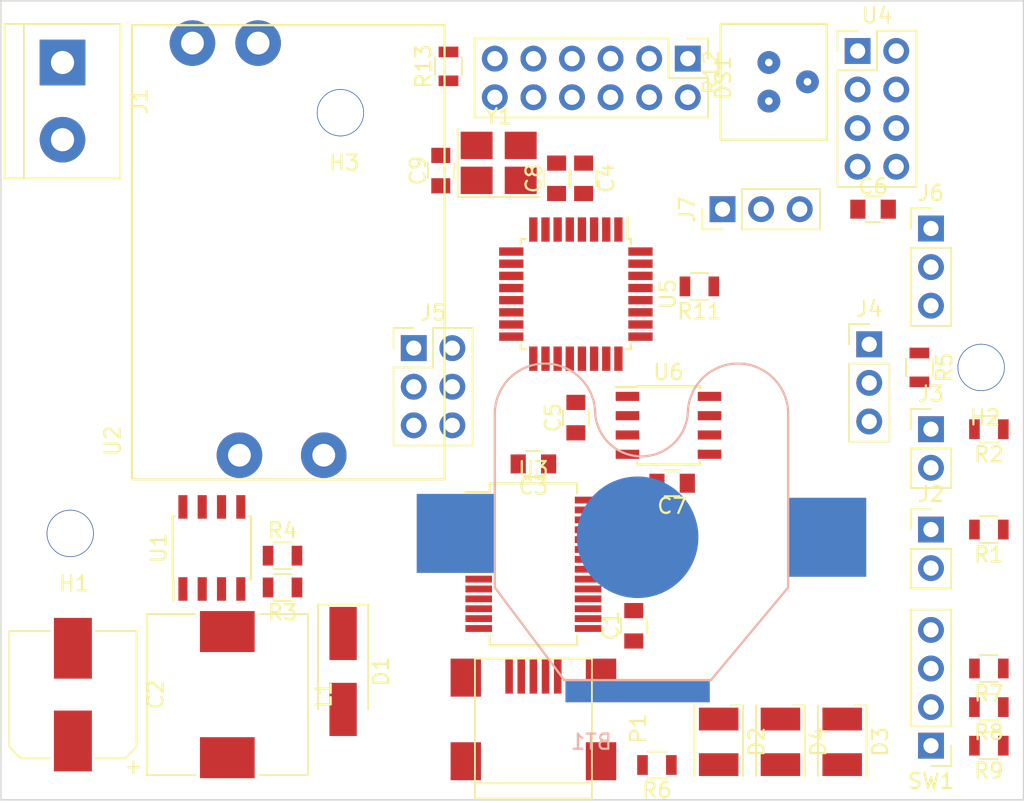
<source format=kicad_pcb>
(kicad_pcb (version 20171130) (host pcbnew 5.0.1)

  (general
    (thickness 1.6)
    (drawings 4)
    (tracks 0)
    (zones 0)
    (modules 47)
    (nets 42)
  )

  (page A4)
  (layers
    (0 F.Cu signal)
    (31 B.Cu signal)
    (32 B.Adhes user)
    (33 F.Adhes user)
    (34 B.Paste user)
    (35 F.Paste user)
    (36 B.SilkS user)
    (37 F.SilkS user)
    (38 B.Mask user)
    (39 F.Mask user)
    (40 Dwgs.User user)
    (41 Cmts.User user)
    (42 Eco1.User user)
    (43 Eco2.User user)
    (44 Edge.Cuts user)
    (45 Margin user)
    (46 B.CrtYd user)
    (47 F.CrtYd user)
    (48 B.Fab user)
    (49 F.Fab user hide)
  )

  (setup
    (last_trace_width 0.25)
    (trace_clearance 0.2)
    (zone_clearance 0.508)
    (zone_45_only no)
    (trace_min 0.2)
    (segment_width 0.2)
    (edge_width 0.1)
    (via_size 0.8)
    (via_drill 0.4)
    (via_min_size 0.4)
    (via_min_drill 0.3)
    (uvia_size 0.3)
    (uvia_drill 0.1)
    (uvias_allowed no)
    (uvia_min_size 0.2)
    (uvia_min_drill 0.1)
    (pcb_text_width 0.3)
    (pcb_text_size 1.5 1.5)
    (mod_edge_width 0.15)
    (mod_text_size 1 1)
    (mod_text_width 0.15)
    (pad_size 1.5 1.5)
    (pad_drill 0.6)
    (pad_to_mask_clearance 0)
    (solder_mask_min_width 0.25)
    (aux_axis_origin 0 0)
    (visible_elements FFFDFF7F)
    (pcbplotparams
      (layerselection 0x010fc_ffffffff)
      (usegerberextensions false)
      (usegerberattributes false)
      (usegerberadvancedattributes false)
      (creategerberjobfile false)
      (excludeedgelayer true)
      (linewidth 0.100000)
      (plotframeref false)
      (viasonmask false)
      (mode 1)
      (useauxorigin false)
      (hpglpennumber 1)
      (hpglpenspeed 20)
      (hpglpendiameter 15.000000)
      (psnegative false)
      (psa4output false)
      (plotreference true)
      (plotvalue true)
      (plotinvisibletext false)
      (padsonsilk false)
      (subtractmaskfromsilk false)
      (outputformat 1)
      (mirror false)
      (drillshape 1)
      (scaleselection 1)
      (outputdirectory ""))
  )

  (net 0 "")
  (net 1 GND)
  (net 2 "Net-(BT1-Pad1)")
  (net 3 "Net-(C1-Pad2)")
  (net 4 +3V3)
  (net 5 "Net-(C3-Pad2)")
  (net 6 /RESET)
  (net 7 +5V)
  (net 8 "Net-(C5-Pad2)")
  (net 9 "Net-(D1-Pad1)")
  (net 10 "Net-(D2-Pad2)")
  (net 11 "Net-(D3-Pad1)")
  (net 12 "Net-(D4-Pad1)")
  (net 13 "Net-(DS1-Pad11)")
  (net 14 /D7)
  (net 15 /D6)
  (net 16 /D5)
  (net 17 /D4)
  (net 18 /EN)
  (net 19 /RS)
  (net 20 "Net-(DS1-Pad3)")
  (net 21 "Net-(J1-Pad2)")
  (net 22 "Net-(J1-Pad1)")
  (net 23 /SENSE1)
  (net 24 /SENSE2)
  (net 25 /SENSE3)
  (net 26 /TX1)
  (net 27 /RX1)
  (net 28 /CTRL1)
  (net 29 /CTRL2)
  (net 30 "Net-(P1-Pad3)")
  (net 31 "Net-(P1-Pad2)")
  (net 32 "Net-(R3-Pad2)")
  (net 33 /BTN1)
  (net 34 /BTN2)
  (net 35 /BTN3)
  (net 36 "Net-(U3-Pad5)")
  (net 37 "Net-(U3-Pad1)")
  (net 38 /SDL)
  (net 39 /SDA)
  (net 40 "Net-(C8-Pad1)")
  (net 41 "Net-(C9-Pad1)")

  (net_class Default "This is the default net class."
    (clearance 0.2)
    (trace_width 0.25)
    (via_dia 0.8)
    (via_drill 0.4)
    (uvia_dia 0.3)
    (uvia_drill 0.1)
    (add_net +3V3)
    (add_net +5V)
    (add_net /BTN1)
    (add_net /BTN2)
    (add_net /BTN3)
    (add_net /CTRL1)
    (add_net /CTRL2)
    (add_net /D4)
    (add_net /D5)
    (add_net /D6)
    (add_net /D7)
    (add_net /EN)
    (add_net /RESET)
    (add_net /RS)
    (add_net /RX1)
    (add_net /SDA)
    (add_net /SDL)
    (add_net /SENSE1)
    (add_net /SENSE2)
    (add_net /SENSE3)
    (add_net /TX1)
    (add_net GND)
    (add_net "Net-(BT1-Pad1)")
    (add_net "Net-(C1-Pad2)")
    (add_net "Net-(C3-Pad2)")
    (add_net "Net-(C5-Pad2)")
    (add_net "Net-(C8-Pad1)")
    (add_net "Net-(C9-Pad1)")
    (add_net "Net-(D1-Pad1)")
    (add_net "Net-(D2-Pad2)")
    (add_net "Net-(D3-Pad1)")
    (add_net "Net-(D4-Pad1)")
    (add_net "Net-(DS1-Pad11)")
    (add_net "Net-(DS1-Pad3)")
    (add_net "Net-(J1-Pad1)")
    (add_net "Net-(J1-Pad2)")
    (add_net "Net-(P1-Pad2)")
    (add_net "Net-(P1-Pad3)")
    (add_net "Net-(R3-Pad2)")
    (add_net "Net-(U3-Pad1)")
    (add_net "Net-(U3-Pad5)")
  )

  (module electropepper:CR2032_SMD1 (layer B.Cu) (tedit 5C37D21D) (tstamp 5C38303D)
    (at 148.59 116.078)
    (path /5B45086E)
    (fp_text reference BT1 (at -3.048 13.462) (layer B.SilkS)
      (effects (font (size 1 1) (thickness 0.15)) (justify mirror))
    )
    (fp_text value Battery_Cell (at 0 11.938) (layer B.Fab)
      (effects (font (size 1 1) (thickness 0.15)) (justify mirror))
    )
    (fp_line (start 4.826 9.398) (end 9.906 3.302) (layer B.SilkS) (width 0.15))
    (fp_line (start -4.826 9.398) (end -9.398 3.302) (layer B.SilkS) (width 0.15))
    (fp_line (start 4.826 9.398) (end -4.826 9.398) (layer B.SilkS) (width 0.15))
    (fp_line (start -9.398 3.302) (end -9.398 -2.794) (layer B.SilkS) (width 0.15))
    (fp_line (start -9.398 -2.794) (end -9.398 -8.128) (layer B.SilkS) (width 0.15))
    (fp_line (start 9.906 3.302) (end 9.906 -2.794) (layer B.SilkS) (width 0.15))
    (fp_line (start 9.906 -2.54) (end 9.906 -8.128) (layer B.SilkS) (width 0.15))
    (fp_arc (start -6.096 -8.128) (end -9.398 -8.128) (angle 180) (layer B.SilkS) (width 0.15))
    (fp_arc (start 6.604 -8.128) (end 3.302 -8.128) (angle 180) (layer B.SilkS) (width 0.15))
    (fp_arc (start 0.254 -8.382) (end 3.301999 -8.128001) (angle 170.0419294) (layer B.SilkS) (width 0.15))
    (pad 2 smd circle (at 0 0) (size 8 8) (layers B.Cu B.Paste B.Mask)
      (net 1 GND))
    (pad 1 smd rect (at 12.446 0) (size 5.2 5.2) (layers B.Cu B.Paste B.Mask)
      (net 2 "Net-(BT1-Pad1)"))
    (pad 1 smd rect (at -11.938 -0.254) (size 5.2 5.2) (layers B.Cu B.Paste B.Mask)
      (net 2 "Net-(BT1-Pad1)"))
    (pad 1 smd rect (at 0 10.16) (size 9.5 1.4) (layers B.Cu B.Paste B.Mask)
      (net 2 "Net-(BT1-Pad1)"))
  )

  (module Capacitors_SMD:C_0805 (layer F.Cu) (tedit 58AA8463) (tstamp 5C38304E)
    (at 148.336 121.904 90)
    (descr "Capacitor SMD 0805, reflow soldering, AVX (see smccp.pdf)")
    (tags "capacitor 0805")
    (path /5B45BAB0)
    (attr smd)
    (fp_text reference C1 (at 0 -1.5 90) (layer F.SilkS)
      (effects (font (size 1 1) (thickness 0.15)))
    )
    (fp_text value 100nF (at 0 1.75 90) (layer F.Fab)
      (effects (font (size 1 1) (thickness 0.15)))
    )
    (fp_text user %R (at 0 -1.5 90) (layer F.Fab)
      (effects (font (size 1 1) (thickness 0.15)))
    )
    (fp_line (start -1 0.62) (end -1 -0.62) (layer F.Fab) (width 0.1))
    (fp_line (start 1 0.62) (end -1 0.62) (layer F.Fab) (width 0.1))
    (fp_line (start 1 -0.62) (end 1 0.62) (layer F.Fab) (width 0.1))
    (fp_line (start -1 -0.62) (end 1 -0.62) (layer F.Fab) (width 0.1))
    (fp_line (start 0.5 -0.85) (end -0.5 -0.85) (layer F.SilkS) (width 0.12))
    (fp_line (start -0.5 0.85) (end 0.5 0.85) (layer F.SilkS) (width 0.12))
    (fp_line (start -1.75 -0.88) (end 1.75 -0.88) (layer F.CrtYd) (width 0.05))
    (fp_line (start -1.75 -0.88) (end -1.75 0.87) (layer F.CrtYd) (width 0.05))
    (fp_line (start 1.75 0.87) (end 1.75 -0.88) (layer F.CrtYd) (width 0.05))
    (fp_line (start 1.75 0.87) (end -1.75 0.87) (layer F.CrtYd) (width 0.05))
    (pad 1 smd rect (at -1 0 90) (size 1 1.25) (layers F.Cu F.Paste F.Mask)
      (net 1 GND))
    (pad 2 smd rect (at 1 0 90) (size 1 1.25) (layers F.Cu F.Paste F.Mask)
      (net 3 "Net-(C1-Pad2)"))
    (model Capacitors_SMD.3dshapes/C_0805.wrl
      (at (xyz 0 0 0))
      (scale (xyz 1 1 1))
      (rotate (xyz 0 0 0))
    )
  )

  (module Capacitors_SMD:CP_Elec_8x10.5 (layer F.Cu) (tedit 58AA8BC3) (tstamp 5C38306A)
    (at 111.428086 126.432593 90)
    (descr "SMT capacitor, aluminium electrolytic, 8x10.5")
    (path /5C405704)
    (attr smd)
    (fp_text reference C2 (at 0 5.45 90) (layer F.SilkS)
      (effects (font (size 1 1) (thickness 0.15)))
    )
    (fp_text value 220uF/25V (at 0 -5.45 90) (layer F.Fab)
      (effects (font (size 1 1) (thickness 0.15)))
    )
    (fp_line (start 5.3 4.29) (end -5.3 4.29) (layer F.CrtYd) (width 0.05))
    (fp_line (start 5.3 4.29) (end 5.3 -4.29) (layer F.CrtYd) (width 0.05))
    (fp_line (start -5.3 -4.29) (end -5.3 4.29) (layer F.CrtYd) (width 0.05))
    (fp_line (start -5.3 -4.29) (end 5.3 -4.29) (layer F.CrtYd) (width 0.05))
    (fp_line (start -3.43 -4.19) (end 4.19 -4.19) (layer F.SilkS) (width 0.12))
    (fp_line (start -4.19 -3.43) (end -3.43 -4.19) (layer F.SilkS) (width 0.12))
    (fp_line (start -3.43 4.19) (end -4.19 3.43) (layer F.SilkS) (width 0.12))
    (fp_line (start 4.19 4.19) (end -3.43 4.19) (layer F.SilkS) (width 0.12))
    (fp_line (start 4.19 -4.19) (end 4.19 -1.51) (layer F.SilkS) (width 0.12))
    (fp_line (start 4.19 4.19) (end 4.19 1.51) (layer F.SilkS) (width 0.12))
    (fp_line (start -4.19 -3.43) (end -4.19 -1.51) (layer F.SilkS) (width 0.12))
    (fp_line (start -4.19 3.43) (end -4.19 1.51) (layer F.SilkS) (width 0.12))
    (fp_line (start 4.04 -4.04) (end -3.37 -4.04) (layer F.Fab) (width 0.1))
    (fp_line (start -3.37 -4.04) (end -4.04 -3.37) (layer F.Fab) (width 0.1))
    (fp_line (start -4.04 -3.37) (end -4.04 3.37) (layer F.Fab) (width 0.1))
    (fp_line (start -4.04 3.37) (end -3.37 4.04) (layer F.Fab) (width 0.1))
    (fp_line (start -3.37 4.04) (end 4.04 4.04) (layer F.Fab) (width 0.1))
    (fp_line (start 4.04 4.04) (end 4.04 -4.04) (layer F.Fab) (width 0.1))
    (fp_text user %R (at 0 5.45 90) (layer F.Fab)
      (effects (font (size 1 1) (thickness 0.15)))
    )
    (fp_text user + (at -4.78 3.91 90) (layer F.SilkS)
      (effects (font (size 1 1) (thickness 0.15)))
    )
    (fp_text user + (at -2.27 -0.08 90) (layer F.Fab)
      (effects (font (size 1 1) (thickness 0.15)))
    )
    (fp_circle (center 0 0) (end 1.3 3.7) (layer F.Fab) (width 0.1))
    (pad 2 smd rect (at 3.05 0 270) (size 4 2.5) (layers F.Cu F.Paste F.Mask)
      (net 1 GND))
    (pad 1 smd rect (at -3.05 0 270) (size 4 2.5) (layers F.Cu F.Paste F.Mask)
      (net 4 +3V3))
    (model Capacitors_SMD.3dshapes/CP_Elec_8x10.5.wrl
      (at (xyz 0 0 0))
      (scale (xyz 1 1 1))
      (rotate (xyz 0 0 180))
    )
  )

  (module Capacitors_SMD:C_0805 (layer F.Cu) (tedit 58AA8463) (tstamp 5C38307B)
    (at 141.732 111.252 180)
    (descr "Capacitor SMD 0805, reflow soldering, AVX (see smccp.pdf)")
    (tags "capacitor 0805")
    (path /5B453531)
    (attr smd)
    (fp_text reference C3 (at 0 -1.5 180) (layer F.SilkS)
      (effects (font (size 1 1) (thickness 0.15)))
    )
    (fp_text value 100nF (at 0 1.75 180) (layer F.Fab)
      (effects (font (size 1 1) (thickness 0.15)))
    )
    (fp_line (start 1.75 0.87) (end -1.75 0.87) (layer F.CrtYd) (width 0.05))
    (fp_line (start 1.75 0.87) (end 1.75 -0.88) (layer F.CrtYd) (width 0.05))
    (fp_line (start -1.75 -0.88) (end -1.75 0.87) (layer F.CrtYd) (width 0.05))
    (fp_line (start -1.75 -0.88) (end 1.75 -0.88) (layer F.CrtYd) (width 0.05))
    (fp_line (start -0.5 0.85) (end 0.5 0.85) (layer F.SilkS) (width 0.12))
    (fp_line (start 0.5 -0.85) (end -0.5 -0.85) (layer F.SilkS) (width 0.12))
    (fp_line (start -1 -0.62) (end 1 -0.62) (layer F.Fab) (width 0.1))
    (fp_line (start 1 -0.62) (end 1 0.62) (layer F.Fab) (width 0.1))
    (fp_line (start 1 0.62) (end -1 0.62) (layer F.Fab) (width 0.1))
    (fp_line (start -1 0.62) (end -1 -0.62) (layer F.Fab) (width 0.1))
    (fp_text user %R (at 0 -1.5 180) (layer F.Fab)
      (effects (font (size 1 1) (thickness 0.15)))
    )
    (pad 2 smd rect (at 1 0 180) (size 1 1.25) (layers F.Cu F.Paste F.Mask)
      (net 5 "Net-(C3-Pad2)"))
    (pad 1 smd rect (at -1 0 180) (size 1 1.25) (layers F.Cu F.Paste F.Mask)
      (net 6 /RESET))
    (model Capacitors_SMD.3dshapes/C_0805.wrl
      (at (xyz 0 0 0))
      (scale (xyz 1 1 1))
      (rotate (xyz 0 0 0))
    )
  )

  (module Capacitors_SMD:C_0805 (layer F.Cu) (tedit 58AA8463) (tstamp 5C3868F7)
    (at 145.034 92.456 270)
    (descr "Capacitor SMD 0805, reflow soldering, AVX (see smccp.pdf)")
    (tags "capacitor 0805")
    (path /5B45D000)
    (attr smd)
    (fp_text reference C4 (at 0 -1.5 270) (layer F.SilkS)
      (effects (font (size 1 1) (thickness 0.15)))
    )
    (fp_text value 100nF (at 0 1.75 270) (layer F.Fab)
      (effects (font (size 1 1) (thickness 0.15)))
    )
    (fp_text user %R (at 0 -1.5 270) (layer F.Fab)
      (effects (font (size 1 1) (thickness 0.15)))
    )
    (fp_line (start -1 0.62) (end -1 -0.62) (layer F.Fab) (width 0.1))
    (fp_line (start 1 0.62) (end -1 0.62) (layer F.Fab) (width 0.1))
    (fp_line (start 1 -0.62) (end 1 0.62) (layer F.Fab) (width 0.1))
    (fp_line (start -1 -0.62) (end 1 -0.62) (layer F.Fab) (width 0.1))
    (fp_line (start 0.5 -0.85) (end -0.5 -0.85) (layer F.SilkS) (width 0.12))
    (fp_line (start -0.5 0.85) (end 0.5 0.85) (layer F.SilkS) (width 0.12))
    (fp_line (start -1.75 -0.88) (end 1.75 -0.88) (layer F.CrtYd) (width 0.05))
    (fp_line (start -1.75 -0.88) (end -1.75 0.87) (layer F.CrtYd) (width 0.05))
    (fp_line (start 1.75 0.87) (end 1.75 -0.88) (layer F.CrtYd) (width 0.05))
    (fp_line (start 1.75 0.87) (end -1.75 0.87) (layer F.CrtYd) (width 0.05))
    (pad 1 smd rect (at -1 0 270) (size 1 1.25) (layers F.Cu F.Paste F.Mask)
      (net 1 GND))
    (pad 2 smd rect (at 1 0 270) (size 1 1.25) (layers F.Cu F.Paste F.Mask)
      (net 7 +5V))
    (model Capacitors_SMD.3dshapes/C_0805.wrl
      (at (xyz 0 0 0))
      (scale (xyz 1 1 1))
      (rotate (xyz 0 0 0))
    )
  )

  (module Capacitors_SMD:C_0805 (layer F.Cu) (tedit 58AA8463) (tstamp 5C38309D)
    (at 144.526 108.204 90)
    (descr "Capacitor SMD 0805, reflow soldering, AVX (see smccp.pdf)")
    (tags "capacitor 0805")
    (path /5B45C768)
    (attr smd)
    (fp_text reference C5 (at 0 -1.5 90) (layer F.SilkS)
      (effects (font (size 1 1) (thickness 0.15)))
    )
    (fp_text value 100nF (at 0 1.75 90) (layer F.Fab)
      (effects (font (size 1 1) (thickness 0.15)))
    )
    (fp_line (start 1.75 0.87) (end -1.75 0.87) (layer F.CrtYd) (width 0.05))
    (fp_line (start 1.75 0.87) (end 1.75 -0.88) (layer F.CrtYd) (width 0.05))
    (fp_line (start -1.75 -0.88) (end -1.75 0.87) (layer F.CrtYd) (width 0.05))
    (fp_line (start -1.75 -0.88) (end 1.75 -0.88) (layer F.CrtYd) (width 0.05))
    (fp_line (start -0.5 0.85) (end 0.5 0.85) (layer F.SilkS) (width 0.12))
    (fp_line (start 0.5 -0.85) (end -0.5 -0.85) (layer F.SilkS) (width 0.12))
    (fp_line (start -1 -0.62) (end 1 -0.62) (layer F.Fab) (width 0.1))
    (fp_line (start 1 -0.62) (end 1 0.62) (layer F.Fab) (width 0.1))
    (fp_line (start 1 0.62) (end -1 0.62) (layer F.Fab) (width 0.1))
    (fp_line (start -1 0.62) (end -1 -0.62) (layer F.Fab) (width 0.1))
    (fp_text user %R (at 0 -1.5 90) (layer F.Fab)
      (effects (font (size 1 1) (thickness 0.15)))
    )
    (pad 2 smd rect (at 1 0 90) (size 1 1.25) (layers F.Cu F.Paste F.Mask)
      (net 8 "Net-(C5-Pad2)"))
    (pad 1 smd rect (at -1 0 90) (size 1 1.25) (layers F.Cu F.Paste F.Mask)
      (net 1 GND))
    (model Capacitors_SMD.3dshapes/C_0805.wrl
      (at (xyz 0 0 0))
      (scale (xyz 1 1 1))
      (rotate (xyz 0 0 0))
    )
  )

  (module Capacitors_SMD:C_0805 (layer F.Cu) (tedit 58AA8463) (tstamp 5C3830AE)
    (at 164.084 94.488)
    (descr "Capacitor SMD 0805, reflow soldering, AVX (see smccp.pdf)")
    (tags "capacitor 0805")
    (path /5C6912E4)
    (attr smd)
    (fp_text reference C6 (at 0 -1.5) (layer F.SilkS)
      (effects (font (size 1 1) (thickness 0.15)))
    )
    (fp_text value 100nF (at 0 1.75) (layer F.Fab)
      (effects (font (size 1 1) (thickness 0.15)))
    )
    (fp_text user %R (at 0 -1.5) (layer F.Fab)
      (effects (font (size 1 1) (thickness 0.15)))
    )
    (fp_line (start -1 0.62) (end -1 -0.62) (layer F.Fab) (width 0.1))
    (fp_line (start 1 0.62) (end -1 0.62) (layer F.Fab) (width 0.1))
    (fp_line (start 1 -0.62) (end 1 0.62) (layer F.Fab) (width 0.1))
    (fp_line (start -1 -0.62) (end 1 -0.62) (layer F.Fab) (width 0.1))
    (fp_line (start 0.5 -0.85) (end -0.5 -0.85) (layer F.SilkS) (width 0.12))
    (fp_line (start -0.5 0.85) (end 0.5 0.85) (layer F.SilkS) (width 0.12))
    (fp_line (start -1.75 -0.88) (end 1.75 -0.88) (layer F.CrtYd) (width 0.05))
    (fp_line (start -1.75 -0.88) (end -1.75 0.87) (layer F.CrtYd) (width 0.05))
    (fp_line (start 1.75 0.87) (end 1.75 -0.88) (layer F.CrtYd) (width 0.05))
    (fp_line (start 1.75 0.87) (end -1.75 0.87) (layer F.CrtYd) (width 0.05))
    (pad 1 smd rect (at -1 0) (size 1 1.25) (layers F.Cu F.Paste F.Mask)
      (net 4 +3V3))
    (pad 2 smd rect (at 1 0) (size 1 1.25) (layers F.Cu F.Paste F.Mask)
      (net 1 GND))
    (model Capacitors_SMD.3dshapes/C_0805.wrl
      (at (xyz 0 0 0))
      (scale (xyz 1 1 1))
      (rotate (xyz 0 0 0))
    )
  )

  (module Capacitors_SMD:C_0805 (layer F.Cu) (tedit 58AA8463) (tstamp 5C385D44)
    (at 150.86 112.522 180)
    (descr "Capacitor SMD 0805, reflow soldering, AVX (see smccp.pdf)")
    (tags "capacitor 0805")
    (path /5C028751)
    (attr smd)
    (fp_text reference C7 (at 0 -1.5 180) (layer F.SilkS)
      (effects (font (size 1 1) (thickness 0.15)))
    )
    (fp_text value 100nF (at 0 1.75 180) (layer F.Fab)
      (effects (font (size 1 1) (thickness 0.15)))
    )
    (fp_line (start 1.75 0.87) (end -1.75 0.87) (layer F.CrtYd) (width 0.05))
    (fp_line (start 1.75 0.87) (end 1.75 -0.88) (layer F.CrtYd) (width 0.05))
    (fp_line (start -1.75 -0.88) (end -1.75 0.87) (layer F.CrtYd) (width 0.05))
    (fp_line (start -1.75 -0.88) (end 1.75 -0.88) (layer F.CrtYd) (width 0.05))
    (fp_line (start -0.5 0.85) (end 0.5 0.85) (layer F.SilkS) (width 0.12))
    (fp_line (start 0.5 -0.85) (end -0.5 -0.85) (layer F.SilkS) (width 0.12))
    (fp_line (start -1 -0.62) (end 1 -0.62) (layer F.Fab) (width 0.1))
    (fp_line (start 1 -0.62) (end 1 0.62) (layer F.Fab) (width 0.1))
    (fp_line (start 1 0.62) (end -1 0.62) (layer F.Fab) (width 0.1))
    (fp_line (start -1 0.62) (end -1 -0.62) (layer F.Fab) (width 0.1))
    (fp_text user %R (at 0 -1.5 180) (layer F.Fab)
      (effects (font (size 1 1) (thickness 0.15)))
    )
    (pad 2 smd rect (at 1 0 180) (size 1 1.25) (layers F.Cu F.Paste F.Mask)
      (net 7 +5V))
    (pad 1 smd rect (at -1 0 180) (size 1 1.25) (layers F.Cu F.Paste F.Mask)
      (net 1 GND))
    (model Capacitors_SMD.3dshapes/C_0805.wrl
      (at (xyz 0 0 0))
      (scale (xyz 1 1 1))
      (rotate (xyz 0 0 0))
    )
  )

  (module Diodes_SMD:D_SMA_Handsoldering (layer F.Cu) (tedit 58643398) (tstamp 5C3830D7)
    (at 129.208086 124.908593 270)
    (descr "Diode SMA (DO-214AC) Handsoldering")
    (tags "Diode SMA (DO-214AC) Handsoldering")
    (path /5C40495E)
    (attr smd)
    (fp_text reference D1 (at 0 -2.5 270) (layer F.SilkS)
      (effects (font (size 1 1) (thickness 0.15)))
    )
    (fp_text value SS26 (at 0 2.6 270) (layer F.Fab)
      (effects (font (size 1 1) (thickness 0.15)))
    )
    (fp_line (start -4.4 -1.65) (end 2.5 -1.65) (layer F.SilkS) (width 0.12))
    (fp_line (start -4.4 1.65) (end 2.5 1.65) (layer F.SilkS) (width 0.12))
    (fp_line (start -0.64944 0.00102) (end 0.50118 -0.79908) (layer F.Fab) (width 0.1))
    (fp_line (start -0.64944 0.00102) (end 0.50118 0.75032) (layer F.Fab) (width 0.1))
    (fp_line (start 0.50118 0.75032) (end 0.50118 -0.79908) (layer F.Fab) (width 0.1))
    (fp_line (start -0.64944 -0.79908) (end -0.64944 0.80112) (layer F.Fab) (width 0.1))
    (fp_line (start 0.50118 0.00102) (end 1.4994 0.00102) (layer F.Fab) (width 0.1))
    (fp_line (start -0.64944 0.00102) (end -1.55114 0.00102) (layer F.Fab) (width 0.1))
    (fp_line (start -4.5 1.75) (end -4.5 -1.75) (layer F.CrtYd) (width 0.05))
    (fp_line (start 4.5 1.75) (end -4.5 1.75) (layer F.CrtYd) (width 0.05))
    (fp_line (start 4.5 -1.75) (end 4.5 1.75) (layer F.CrtYd) (width 0.05))
    (fp_line (start -4.5 -1.75) (end 4.5 -1.75) (layer F.CrtYd) (width 0.05))
    (fp_line (start 2.3 -1.5) (end -2.3 -1.5) (layer F.Fab) (width 0.1))
    (fp_line (start 2.3 -1.5) (end 2.3 1.5) (layer F.Fab) (width 0.1))
    (fp_line (start -2.3 1.5) (end -2.3 -1.5) (layer F.Fab) (width 0.1))
    (fp_line (start 2.3 1.5) (end -2.3 1.5) (layer F.Fab) (width 0.1))
    (fp_line (start -4.4 -1.65) (end -4.4 1.65) (layer F.SilkS) (width 0.12))
    (fp_text user %R (at 0 -2.5 270) (layer F.Fab)
      (effects (font (size 1 1) (thickness 0.15)))
    )
    (pad 2 smd rect (at 2.5 0 270) (size 3.5 1.8) (layers F.Cu F.Paste F.Mask)
      (net 1 GND))
    (pad 1 smd rect (at -2.5 0 270) (size 3.5 1.8) (layers F.Cu F.Paste F.Mask)
      (net 9 "Net-(D1-Pad1)"))
    (model ${KISYS3DMOD}/Diodes_SMD.3dshapes/D_SMA.wrl
      (at (xyz 0 0 0))
      (scale (xyz 1 1 1))
      (rotate (xyz 0 0 0))
    )
  )

  (module LEDs:LED_PLCC-2 (layer F.Cu) (tedit 59959404) (tstamp 5C3830EB)
    (at 153.924 129.54 270)
    (descr "LED PLCC-2 SMD package")
    (tags "LED PLCC-2 SMD")
    (path /5C405C44)
    (attr smd)
    (fp_text reference D2 (at 0 -2.5 270) (layer F.SilkS)
      (effects (font (size 1 1) (thickness 0.15)))
    )
    (fp_text value Power_LED (at 0 2.5 270) (layer F.Fab)
      (effects (font (size 1 1) (thickness 0.15)))
    )
    (fp_text user %R (at 0 0 270) (layer F.Fab)
      (effects (font (size 0.4 0.4) (thickness 0.1)))
    )
    (fp_line (start -2.4 -1.6) (end -2.4 -0.8) (layer F.SilkS) (width 0.12))
    (fp_line (start 2.25 -1.6) (end -2.4 -1.6) (layer F.SilkS) (width 0.12))
    (fp_line (start 2.25 1.6) (end -2.4 1.6) (layer F.SilkS) (width 0.12))
    (fp_line (start -2.65 1.85) (end -2.65 -1.85) (layer F.CrtYd) (width 0.05))
    (fp_line (start 2.5 1.85) (end -2.65 1.85) (layer F.CrtYd) (width 0.05))
    (fp_line (start 2.5 -1.85) (end 2.5 1.85) (layer F.CrtYd) (width 0.05))
    (fp_line (start -2.65 -1.85) (end 2.5 -1.85) (layer F.CrtYd) (width 0.05))
    (fp_line (start -1.7 1.5) (end 1.7 1.5) (layer F.Fab) (width 0.1))
    (fp_line (start -1.7 -1.5) (end -1.7 1.5) (layer F.Fab) (width 0.1))
    (fp_line (start 1.7 -1.5) (end -1.7 -1.5) (layer F.Fab) (width 0.1))
    (fp_line (start 1.7 1.5) (end 1.7 -1.5) (layer F.Fab) (width 0.1))
    (fp_line (start -1.7 -0.6) (end -0.8 -1.5) (layer F.Fab) (width 0.1))
    (fp_circle (center 0 0) (end 0 -1.25) (layer F.Fab) (width 0.1))
    (pad 2 smd rect (at 1.5 0 270) (size 1.5 2.6) (layers F.Cu F.Paste F.Mask)
      (net 10 "Net-(D2-Pad2)"))
    (pad 1 smd rect (at -1.5 0 270) (size 1.5 2.6) (layers F.Cu F.Paste F.Mask)
      (net 1 GND))
    (model ${KISYS3DMOD}/LEDs.3dshapes/LED_PLCC-2.wrl
      (at (xyz 0 0 0))
      (scale (xyz 1 1 1))
      (rotate (xyz 0 0 0))
    )
  )

  (module LEDs:LED_PLCC-2 (layer F.Cu) (tedit 59959404) (tstamp 5C3830FF)
    (at 162.052 129.54 270)
    (descr "LED PLCC-2 SMD package")
    (tags "LED PLCC-2 SMD")
    (path /5B459BFB)
    (attr smd)
    (fp_text reference D3 (at 0 -2.5 270) (layer F.SilkS)
      (effects (font (size 1 1) (thickness 0.15)))
    )
    (fp_text value RX (at 0 2.5 270) (layer F.Fab)
      (effects (font (size 1 1) (thickness 0.15)))
    )
    (fp_circle (center 0 0) (end 0 -1.25) (layer F.Fab) (width 0.1))
    (fp_line (start -1.7 -0.6) (end -0.8 -1.5) (layer F.Fab) (width 0.1))
    (fp_line (start 1.7 1.5) (end 1.7 -1.5) (layer F.Fab) (width 0.1))
    (fp_line (start 1.7 -1.5) (end -1.7 -1.5) (layer F.Fab) (width 0.1))
    (fp_line (start -1.7 -1.5) (end -1.7 1.5) (layer F.Fab) (width 0.1))
    (fp_line (start -1.7 1.5) (end 1.7 1.5) (layer F.Fab) (width 0.1))
    (fp_line (start -2.65 -1.85) (end 2.5 -1.85) (layer F.CrtYd) (width 0.05))
    (fp_line (start 2.5 -1.85) (end 2.5 1.85) (layer F.CrtYd) (width 0.05))
    (fp_line (start 2.5 1.85) (end -2.65 1.85) (layer F.CrtYd) (width 0.05))
    (fp_line (start -2.65 1.85) (end -2.65 -1.85) (layer F.CrtYd) (width 0.05))
    (fp_line (start 2.25 1.6) (end -2.4 1.6) (layer F.SilkS) (width 0.12))
    (fp_line (start 2.25 -1.6) (end -2.4 -1.6) (layer F.SilkS) (width 0.12))
    (fp_line (start -2.4 -1.6) (end -2.4 -0.8) (layer F.SilkS) (width 0.12))
    (fp_text user %R (at 0 0 270) (layer F.Fab)
      (effects (font (size 0.4 0.4) (thickness 0.1)))
    )
    (pad 1 smd rect (at -1.5 0 270) (size 1.5 2.6) (layers F.Cu F.Paste F.Mask)
      (net 11 "Net-(D3-Pad1)"))
    (pad 2 smd rect (at 1.5 0 270) (size 1.5 2.6) (layers F.Cu F.Paste F.Mask)
      (net 7 +5V))
    (model ${KISYS3DMOD}/LEDs.3dshapes/LED_PLCC-2.wrl
      (at (xyz 0 0 0))
      (scale (xyz 1 1 1))
      (rotate (xyz 0 0 0))
    )
  )

  (module LEDs:LED_PLCC-2 (layer F.Cu) (tedit 59959404) (tstamp 5C383113)
    (at 157.988 129.54 270)
    (descr "LED PLCC-2 SMD package")
    (tags "LED PLCC-2 SMD")
    (path /5B459DC0)
    (attr smd)
    (fp_text reference D4 (at 0 -2.5 270) (layer F.SilkS)
      (effects (font (size 1 1) (thickness 0.15)))
    )
    (fp_text value TX (at 0 2.5 270) (layer F.Fab)
      (effects (font (size 1 1) (thickness 0.15)))
    )
    (fp_text user %R (at 0 0 270) (layer F.Fab)
      (effects (font (size 0.4 0.4) (thickness 0.1)))
    )
    (fp_line (start -2.4 -1.6) (end -2.4 -0.8) (layer F.SilkS) (width 0.12))
    (fp_line (start 2.25 -1.6) (end -2.4 -1.6) (layer F.SilkS) (width 0.12))
    (fp_line (start 2.25 1.6) (end -2.4 1.6) (layer F.SilkS) (width 0.12))
    (fp_line (start -2.65 1.85) (end -2.65 -1.85) (layer F.CrtYd) (width 0.05))
    (fp_line (start 2.5 1.85) (end -2.65 1.85) (layer F.CrtYd) (width 0.05))
    (fp_line (start 2.5 -1.85) (end 2.5 1.85) (layer F.CrtYd) (width 0.05))
    (fp_line (start -2.65 -1.85) (end 2.5 -1.85) (layer F.CrtYd) (width 0.05))
    (fp_line (start -1.7 1.5) (end 1.7 1.5) (layer F.Fab) (width 0.1))
    (fp_line (start -1.7 -1.5) (end -1.7 1.5) (layer F.Fab) (width 0.1))
    (fp_line (start 1.7 -1.5) (end -1.7 -1.5) (layer F.Fab) (width 0.1))
    (fp_line (start 1.7 1.5) (end 1.7 -1.5) (layer F.Fab) (width 0.1))
    (fp_line (start -1.7 -0.6) (end -0.8 -1.5) (layer F.Fab) (width 0.1))
    (fp_circle (center 0 0) (end 0 -1.25) (layer F.Fab) (width 0.1))
    (pad 2 smd rect (at 1.5 0 270) (size 1.5 2.6) (layers F.Cu F.Paste F.Mask)
      (net 7 +5V))
    (pad 1 smd rect (at -1.5 0 270) (size 1.5 2.6) (layers F.Cu F.Paste F.Mask)
      (net 12 "Net-(D4-Pad1)"))
    (model ${KISYS3DMOD}/LEDs.3dshapes/LED_PLCC-2.wrl
      (at (xyz 0 0 0))
      (scale (xyz 1 1 1))
      (rotate (xyz 0 0 0))
    )
  )

  (module Pin_Headers:Pin_Header_Straight_2x06_Pitch2.54mm (layer F.Cu) (tedit 59650532) (tstamp 5C383135)
    (at 151.892 84.582 270)
    (descr "Through hole straight pin header, 2x06, 2.54mm pitch, double rows")
    (tags "Through hole pin header THT 2x06 2.54mm double row")
    (path /5B424164)
    (fp_text reference DS1 (at 1.27 -2.33 270) (layer F.SilkS)
      (effects (font (size 1 1) (thickness 0.15)))
    )
    (fp_text value LCD16X2-4Bit (at 1.27 15.03 270) (layer F.Fab)
      (effects (font (size 1 1) (thickness 0.15)))
    )
    (fp_text user %R (at 1.27 6.35) (layer F.Fab)
      (effects (font (size 1 1) (thickness 0.15)))
    )
    (fp_line (start 4.35 -1.8) (end -1.8 -1.8) (layer F.CrtYd) (width 0.05))
    (fp_line (start 4.35 14.5) (end 4.35 -1.8) (layer F.CrtYd) (width 0.05))
    (fp_line (start -1.8 14.5) (end 4.35 14.5) (layer F.CrtYd) (width 0.05))
    (fp_line (start -1.8 -1.8) (end -1.8 14.5) (layer F.CrtYd) (width 0.05))
    (fp_line (start -1.33 -1.33) (end 0 -1.33) (layer F.SilkS) (width 0.12))
    (fp_line (start -1.33 0) (end -1.33 -1.33) (layer F.SilkS) (width 0.12))
    (fp_line (start 1.27 -1.33) (end 3.87 -1.33) (layer F.SilkS) (width 0.12))
    (fp_line (start 1.27 1.27) (end 1.27 -1.33) (layer F.SilkS) (width 0.12))
    (fp_line (start -1.33 1.27) (end 1.27 1.27) (layer F.SilkS) (width 0.12))
    (fp_line (start 3.87 -1.33) (end 3.87 14.03) (layer F.SilkS) (width 0.12))
    (fp_line (start -1.33 1.27) (end -1.33 14.03) (layer F.SilkS) (width 0.12))
    (fp_line (start -1.33 14.03) (end 3.87 14.03) (layer F.SilkS) (width 0.12))
    (fp_line (start -1.27 0) (end 0 -1.27) (layer F.Fab) (width 0.1))
    (fp_line (start -1.27 13.97) (end -1.27 0) (layer F.Fab) (width 0.1))
    (fp_line (start 3.81 13.97) (end -1.27 13.97) (layer F.Fab) (width 0.1))
    (fp_line (start 3.81 -1.27) (end 3.81 13.97) (layer F.Fab) (width 0.1))
    (fp_line (start 0 -1.27) (end 3.81 -1.27) (layer F.Fab) (width 0.1))
    (pad 12 thru_hole oval (at 2.54 12.7 270) (size 1.7 1.7) (drill 1) (layers *.Cu *.Mask)
      (net 1 GND))
    (pad 11 thru_hole oval (at 0 12.7 270) (size 1.7 1.7) (drill 1) (layers *.Cu *.Mask)
      (net 13 "Net-(DS1-Pad11)"))
    (pad 10 thru_hole oval (at 2.54 10.16 270) (size 1.7 1.7) (drill 1) (layers *.Cu *.Mask)
      (net 14 /D7))
    (pad 9 thru_hole oval (at 0 10.16 270) (size 1.7 1.7) (drill 1) (layers *.Cu *.Mask)
      (net 15 /D6))
    (pad 8 thru_hole oval (at 2.54 7.62 270) (size 1.7 1.7) (drill 1) (layers *.Cu *.Mask)
      (net 16 /D5))
    (pad 7 thru_hole oval (at 0 7.62 270) (size 1.7 1.7) (drill 1) (layers *.Cu *.Mask)
      (net 17 /D4))
    (pad 6 thru_hole oval (at 2.54 5.08 270) (size 1.7 1.7) (drill 1) (layers *.Cu *.Mask)
      (net 18 /EN))
    (pad 5 thru_hole oval (at 0 5.08 270) (size 1.7 1.7) (drill 1) (layers *.Cu *.Mask)
      (net 1 GND))
    (pad 4 thru_hole oval (at 2.54 2.54 270) (size 1.7 1.7) (drill 1) (layers *.Cu *.Mask)
      (net 19 /RS))
    (pad 3 thru_hole oval (at 0 2.54 270) (size 1.7 1.7) (drill 1) (layers *.Cu *.Mask)
      (net 20 "Net-(DS1-Pad3)"))
    (pad 2 thru_hole oval (at 2.54 0 270) (size 1.7 1.7) (drill 1) (layers *.Cu *.Mask)
      (net 7 +5V))
    (pad 1 thru_hole rect (at 0 0 270) (size 1.7 1.7) (drill 1) (layers *.Cu *.Mask)
      (net 1 GND))
    (model ${KISYS3DMOD}/Pin_Headers.3dshapes/Pin_Header_Straight_2x06_Pitch2.54mm.wrl
      (at (xyz 0 0 0))
      (scale (xyz 1 1 1))
      (rotate (xyz 0 0 0))
    )
  )

  (module Connectors_Terminal_Blocks:TerminalBlock_bornier-2_P5.08mm (layer F.Cu) (tedit 59FF03AB) (tstamp 5C38314A)
    (at 110.744 84.836 270)
    (descr "simple 2-pin terminal block, pitch 5.08mm, revamped version of bornier2")
    (tags "terminal block bornier2")
    (path /5B453319)
    (fp_text reference J1 (at 2.54 -5.08 270) (layer F.SilkS)
      (effects (font (size 1 1) (thickness 0.15)))
    )
    (fp_text value "AC In" (at 2.54 5.08 270) (layer F.Fab)
      (effects (font (size 1 1) (thickness 0.15)))
    )
    (fp_line (start 7.79 4) (end -2.71 4) (layer F.CrtYd) (width 0.05))
    (fp_line (start 7.79 4) (end 7.79 -4) (layer F.CrtYd) (width 0.05))
    (fp_line (start -2.71 -4) (end -2.71 4) (layer F.CrtYd) (width 0.05))
    (fp_line (start -2.71 -4) (end 7.79 -4) (layer F.CrtYd) (width 0.05))
    (fp_line (start -2.54 3.81) (end 7.62 3.81) (layer F.SilkS) (width 0.12))
    (fp_line (start -2.54 -3.81) (end -2.54 3.81) (layer F.SilkS) (width 0.12))
    (fp_line (start 7.62 -3.81) (end -2.54 -3.81) (layer F.SilkS) (width 0.12))
    (fp_line (start 7.62 3.81) (end 7.62 -3.81) (layer F.SilkS) (width 0.12))
    (fp_line (start 7.62 2.54) (end -2.54 2.54) (layer F.SilkS) (width 0.12))
    (fp_line (start 7.54 -3.75) (end -2.46 -3.75) (layer F.Fab) (width 0.1))
    (fp_line (start 7.54 3.75) (end 7.54 -3.75) (layer F.Fab) (width 0.1))
    (fp_line (start -2.46 3.75) (end 7.54 3.75) (layer F.Fab) (width 0.1))
    (fp_line (start -2.46 -3.75) (end -2.46 3.75) (layer F.Fab) (width 0.1))
    (fp_line (start -2.41 2.55) (end 7.49 2.55) (layer F.Fab) (width 0.1))
    (fp_text user %R (at 2.54 0 270) (layer F.Fab)
      (effects (font (size 1 1) (thickness 0.15)))
    )
    (pad 2 thru_hole circle (at 5.08 0 270) (size 3 3) (drill 1.52) (layers *.Cu *.Mask)
      (net 21 "Net-(J1-Pad2)"))
    (pad 1 thru_hole rect (at 0 0 270) (size 3 3) (drill 1.52) (layers *.Cu *.Mask)
      (net 22 "Net-(J1-Pad1)"))
    (model ${KISYS3DMOD}/Terminal_Blocks.3dshapes/TerminalBlock_bornier-2_P5.08mm.wrl
      (offset (xyz 2.539999961853027 0 0))
      (scale (xyz 1 1 1))
      (rotate (xyz 0 0 0))
    )
  )

  (module Pin_Headers:Pin_Header_Straight_1x02_Pitch2.54mm (layer F.Cu) (tedit 59650532) (tstamp 5C383160)
    (at 167.894 115.57)
    (descr "Through hole straight pin header, 1x02, 2.54mm pitch, single row")
    (tags "Through hole pin header THT 1x02 2.54mm single row")
    (path /5B4525B9)
    (fp_text reference J2 (at 0 -2.33) (layer F.SilkS)
      (effects (font (size 1 1) (thickness 0.15)))
    )
    (fp_text value "SwSensor 1" (at 0 4.87) (layer F.Fab)
      (effects (font (size 1 1) (thickness 0.15)))
    )
    (fp_line (start -0.635 -1.27) (end 1.27 -1.27) (layer F.Fab) (width 0.1))
    (fp_line (start 1.27 -1.27) (end 1.27 3.81) (layer F.Fab) (width 0.1))
    (fp_line (start 1.27 3.81) (end -1.27 3.81) (layer F.Fab) (width 0.1))
    (fp_line (start -1.27 3.81) (end -1.27 -0.635) (layer F.Fab) (width 0.1))
    (fp_line (start -1.27 -0.635) (end -0.635 -1.27) (layer F.Fab) (width 0.1))
    (fp_line (start -1.33 3.87) (end 1.33 3.87) (layer F.SilkS) (width 0.12))
    (fp_line (start -1.33 1.27) (end -1.33 3.87) (layer F.SilkS) (width 0.12))
    (fp_line (start 1.33 1.27) (end 1.33 3.87) (layer F.SilkS) (width 0.12))
    (fp_line (start -1.33 1.27) (end 1.33 1.27) (layer F.SilkS) (width 0.12))
    (fp_line (start -1.33 0) (end -1.33 -1.33) (layer F.SilkS) (width 0.12))
    (fp_line (start -1.33 -1.33) (end 0 -1.33) (layer F.SilkS) (width 0.12))
    (fp_line (start -1.8 -1.8) (end -1.8 4.35) (layer F.CrtYd) (width 0.05))
    (fp_line (start -1.8 4.35) (end 1.8 4.35) (layer F.CrtYd) (width 0.05))
    (fp_line (start 1.8 4.35) (end 1.8 -1.8) (layer F.CrtYd) (width 0.05))
    (fp_line (start 1.8 -1.8) (end -1.8 -1.8) (layer F.CrtYd) (width 0.05))
    (fp_text user %R (at 0 1.27 90) (layer F.Fab)
      (effects (font (size 1 1) (thickness 0.15)))
    )
    (pad 1 thru_hole rect (at 0 0) (size 1.7 1.7) (drill 1) (layers *.Cu *.Mask)
      (net 23 /SENSE1))
    (pad 2 thru_hole oval (at 0 2.54) (size 1.7 1.7) (drill 1) (layers *.Cu *.Mask)
      (net 1 GND))
    (model ${KISYS3DMOD}/Pin_Headers.3dshapes/Pin_Header_Straight_1x02_Pitch2.54mm.wrl
      (at (xyz 0 0 0))
      (scale (xyz 1 1 1))
      (rotate (xyz 0 0 0))
    )
  )

  (module Pin_Headers:Pin_Header_Straight_1x02_Pitch2.54mm (layer F.Cu) (tedit 59650532) (tstamp 5C383176)
    (at 167.894 108.966)
    (descr "Through hole straight pin header, 1x02, 2.54mm pitch, single row")
    (tags "Through hole pin header THT 1x02 2.54mm single row")
    (path /5C657F8D)
    (fp_text reference J3 (at 0 -2.33) (layer F.SilkS)
      (effects (font (size 1 1) (thickness 0.15)))
    )
    (fp_text value "SwSensor 2" (at 0 4.87) (layer F.Fab)
      (effects (font (size 1 1) (thickness 0.15)))
    )
    (fp_text user %R (at 0 1.27 90) (layer F.Fab)
      (effects (font (size 1 1) (thickness 0.15)))
    )
    (fp_line (start 1.8 -1.8) (end -1.8 -1.8) (layer F.CrtYd) (width 0.05))
    (fp_line (start 1.8 4.35) (end 1.8 -1.8) (layer F.CrtYd) (width 0.05))
    (fp_line (start -1.8 4.35) (end 1.8 4.35) (layer F.CrtYd) (width 0.05))
    (fp_line (start -1.8 -1.8) (end -1.8 4.35) (layer F.CrtYd) (width 0.05))
    (fp_line (start -1.33 -1.33) (end 0 -1.33) (layer F.SilkS) (width 0.12))
    (fp_line (start -1.33 0) (end -1.33 -1.33) (layer F.SilkS) (width 0.12))
    (fp_line (start -1.33 1.27) (end 1.33 1.27) (layer F.SilkS) (width 0.12))
    (fp_line (start 1.33 1.27) (end 1.33 3.87) (layer F.SilkS) (width 0.12))
    (fp_line (start -1.33 1.27) (end -1.33 3.87) (layer F.SilkS) (width 0.12))
    (fp_line (start -1.33 3.87) (end 1.33 3.87) (layer F.SilkS) (width 0.12))
    (fp_line (start -1.27 -0.635) (end -0.635 -1.27) (layer F.Fab) (width 0.1))
    (fp_line (start -1.27 3.81) (end -1.27 -0.635) (layer F.Fab) (width 0.1))
    (fp_line (start 1.27 3.81) (end -1.27 3.81) (layer F.Fab) (width 0.1))
    (fp_line (start 1.27 -1.27) (end 1.27 3.81) (layer F.Fab) (width 0.1))
    (fp_line (start -0.635 -1.27) (end 1.27 -1.27) (layer F.Fab) (width 0.1))
    (pad 2 thru_hole oval (at 0 2.54) (size 1.7 1.7) (drill 1) (layers *.Cu *.Mask)
      (net 1 GND))
    (pad 1 thru_hole rect (at 0 0) (size 1.7 1.7) (drill 1) (layers *.Cu *.Mask)
      (net 24 /SENSE2))
    (model ${KISYS3DMOD}/Pin_Headers.3dshapes/Pin_Header_Straight_1x02_Pitch2.54mm.wrl
      (at (xyz 0 0 0))
      (scale (xyz 1 1 1))
      (rotate (xyz 0 0 0))
    )
  )

  (module Pin_Headers:Pin_Header_Straight_1x03_Pitch2.54mm (layer F.Cu) (tedit 59650532) (tstamp 5C38318D)
    (at 163.83 103.378)
    (descr "Through hole straight pin header, 1x03, 2.54mm pitch, single row")
    (tags "Through hole pin header THT 1x03 2.54mm single row")
    (path /5B45264D)
    (fp_text reference J4 (at 0 -2.33) (layer F.SilkS)
      (effects (font (size 1 1) (thickness 0.15)))
    )
    (fp_text value "SwSensor 3" (at 0 7.41) (layer F.Fab)
      (effects (font (size 1 1) (thickness 0.15)))
    )
    (fp_text user %R (at 0 2.54 90) (layer F.Fab)
      (effects (font (size 1 1) (thickness 0.15)))
    )
    (fp_line (start 1.8 -1.8) (end -1.8 -1.8) (layer F.CrtYd) (width 0.05))
    (fp_line (start 1.8 6.85) (end 1.8 -1.8) (layer F.CrtYd) (width 0.05))
    (fp_line (start -1.8 6.85) (end 1.8 6.85) (layer F.CrtYd) (width 0.05))
    (fp_line (start -1.8 -1.8) (end -1.8 6.85) (layer F.CrtYd) (width 0.05))
    (fp_line (start -1.33 -1.33) (end 0 -1.33) (layer F.SilkS) (width 0.12))
    (fp_line (start -1.33 0) (end -1.33 -1.33) (layer F.SilkS) (width 0.12))
    (fp_line (start -1.33 1.27) (end 1.33 1.27) (layer F.SilkS) (width 0.12))
    (fp_line (start 1.33 1.27) (end 1.33 6.41) (layer F.SilkS) (width 0.12))
    (fp_line (start -1.33 1.27) (end -1.33 6.41) (layer F.SilkS) (width 0.12))
    (fp_line (start -1.33 6.41) (end 1.33 6.41) (layer F.SilkS) (width 0.12))
    (fp_line (start -1.27 -0.635) (end -0.635 -1.27) (layer F.Fab) (width 0.1))
    (fp_line (start -1.27 6.35) (end -1.27 -0.635) (layer F.Fab) (width 0.1))
    (fp_line (start 1.27 6.35) (end -1.27 6.35) (layer F.Fab) (width 0.1))
    (fp_line (start 1.27 -1.27) (end 1.27 6.35) (layer F.Fab) (width 0.1))
    (fp_line (start -0.635 -1.27) (end 1.27 -1.27) (layer F.Fab) (width 0.1))
    (pad 3 thru_hole oval (at 0 5.08) (size 1.7 1.7) (drill 1) (layers *.Cu *.Mask)
      (net 1 GND))
    (pad 2 thru_hole oval (at 0 2.54) (size 1.7 1.7) (drill 1) (layers *.Cu *.Mask)
      (net 25 /SENSE3))
    (pad 1 thru_hole rect (at 0 0) (size 1.7 1.7) (drill 1) (layers *.Cu *.Mask)
      (net 7 +5V))
    (model ${KISYS3DMOD}/Pin_Headers.3dshapes/Pin_Header_Straight_1x03_Pitch2.54mm.wrl
      (at (xyz 0 0 0))
      (scale (xyz 1 1 1))
      (rotate (xyz 0 0 0))
    )
  )

  (module Pin_Headers:Pin_Header_Straight_2x03_Pitch2.54mm (layer F.Cu) (tedit 59650532) (tstamp 5C3856BA)
    (at 133.858 103.632)
    (descr "Through hole straight pin header, 2x03, 2.54mm pitch, double rows")
    (tags "Through hole pin header THT 2x03 2.54mm double row")
    (path /5B454BC3)
    (fp_text reference J5 (at 1.27 -2.33) (layer F.SilkS)
      (effects (font (size 1 1) (thickness 0.15)))
    )
    (fp_text value ISP (at 1.27 7.41) (layer F.Fab)
      (effects (font (size 1 1) (thickness 0.15)))
    )
    (fp_text user %R (at 1.27 2.54 90) (layer F.Fab)
      (effects (font (size 1 1) (thickness 0.15)))
    )
    (fp_line (start 4.35 -1.8) (end -1.8 -1.8) (layer F.CrtYd) (width 0.05))
    (fp_line (start 4.35 6.85) (end 4.35 -1.8) (layer F.CrtYd) (width 0.05))
    (fp_line (start -1.8 6.85) (end 4.35 6.85) (layer F.CrtYd) (width 0.05))
    (fp_line (start -1.8 -1.8) (end -1.8 6.85) (layer F.CrtYd) (width 0.05))
    (fp_line (start -1.33 -1.33) (end 0 -1.33) (layer F.SilkS) (width 0.12))
    (fp_line (start -1.33 0) (end -1.33 -1.33) (layer F.SilkS) (width 0.12))
    (fp_line (start 1.27 -1.33) (end 3.87 -1.33) (layer F.SilkS) (width 0.12))
    (fp_line (start 1.27 1.27) (end 1.27 -1.33) (layer F.SilkS) (width 0.12))
    (fp_line (start -1.33 1.27) (end 1.27 1.27) (layer F.SilkS) (width 0.12))
    (fp_line (start 3.87 -1.33) (end 3.87 6.41) (layer F.SilkS) (width 0.12))
    (fp_line (start -1.33 1.27) (end -1.33 6.41) (layer F.SilkS) (width 0.12))
    (fp_line (start -1.33 6.41) (end 3.87 6.41) (layer F.SilkS) (width 0.12))
    (fp_line (start -1.27 0) (end 0 -1.27) (layer F.Fab) (width 0.1))
    (fp_line (start -1.27 6.35) (end -1.27 0) (layer F.Fab) (width 0.1))
    (fp_line (start 3.81 6.35) (end -1.27 6.35) (layer F.Fab) (width 0.1))
    (fp_line (start 3.81 -1.27) (end 3.81 6.35) (layer F.Fab) (width 0.1))
    (fp_line (start 0 -1.27) (end 3.81 -1.27) (layer F.Fab) (width 0.1))
    (pad 6 thru_hole oval (at 2.54 5.08) (size 1.7 1.7) (drill 1) (layers *.Cu *.Mask)
      (net 25 /SENSE3))
    (pad 5 thru_hole oval (at 0 5.08) (size 1.7 1.7) (drill 1) (layers *.Cu *.Mask)
      (net 1 GND))
    (pad 4 thru_hole oval (at 2.54 2.54) (size 1.7 1.7) (drill 1) (layers *.Cu *.Mask)
      (net 27 /RX1))
    (pad 3 thru_hole oval (at 0 2.54) (size 1.7 1.7) (drill 1) (layers *.Cu *.Mask)
      (net 6 /RESET))
    (pad 2 thru_hole oval (at 2.54 0) (size 1.7 1.7) (drill 1) (layers *.Cu *.Mask)
      (net 26 /TX1))
    (pad 1 thru_hole rect (at 0 0) (size 1.7 1.7) (drill 1) (layers *.Cu *.Mask)
      (net 7 +5V))
    (model ${KISYS3DMOD}/Pin_Headers.3dshapes/Pin_Header_Straight_2x03_Pitch2.54mm.wrl
      (at (xyz 0 0 0))
      (scale (xyz 1 1 1))
      (rotate (xyz 0 0 0))
    )
  )

  (module Pin_Headers:Pin_Header_Straight_1x03_Pitch2.54mm (layer F.Cu) (tedit 59650532) (tstamp 5C3831C0)
    (at 167.894 95.758)
    (descr "Through hole straight pin header, 1x03, 2.54mm pitch, single row")
    (tags "Through hole pin header THT 1x03 2.54mm single row")
    (path /5C35B1A2)
    (fp_text reference J6 (at 0 -2.33) (layer F.SilkS)
      (effects (font (size 1 1) (thickness 0.15)))
    )
    (fp_text value "Control 1" (at 0 7.41) (layer F.Fab)
      (effects (font (size 1 1) (thickness 0.15)))
    )
    (fp_text user %R (at 0 2.54 90) (layer F.Fab)
      (effects (font (size 1 1) (thickness 0.15)))
    )
    (fp_line (start 1.8 -1.8) (end -1.8 -1.8) (layer F.CrtYd) (width 0.05))
    (fp_line (start 1.8 6.85) (end 1.8 -1.8) (layer F.CrtYd) (width 0.05))
    (fp_line (start -1.8 6.85) (end 1.8 6.85) (layer F.CrtYd) (width 0.05))
    (fp_line (start -1.8 -1.8) (end -1.8 6.85) (layer F.CrtYd) (width 0.05))
    (fp_line (start -1.33 -1.33) (end 0 -1.33) (layer F.SilkS) (width 0.12))
    (fp_line (start -1.33 0) (end -1.33 -1.33) (layer F.SilkS) (width 0.12))
    (fp_line (start -1.33 1.27) (end 1.33 1.27) (layer F.SilkS) (width 0.12))
    (fp_line (start 1.33 1.27) (end 1.33 6.41) (layer F.SilkS) (width 0.12))
    (fp_line (start -1.33 1.27) (end -1.33 6.41) (layer F.SilkS) (width 0.12))
    (fp_line (start -1.33 6.41) (end 1.33 6.41) (layer F.SilkS) (width 0.12))
    (fp_line (start -1.27 -0.635) (end -0.635 -1.27) (layer F.Fab) (width 0.1))
    (fp_line (start -1.27 6.35) (end -1.27 -0.635) (layer F.Fab) (width 0.1))
    (fp_line (start 1.27 6.35) (end -1.27 6.35) (layer F.Fab) (width 0.1))
    (fp_line (start 1.27 -1.27) (end 1.27 6.35) (layer F.Fab) (width 0.1))
    (fp_line (start -0.635 -1.27) (end 1.27 -1.27) (layer F.Fab) (width 0.1))
    (pad 3 thru_hole oval (at 0 5.08) (size 1.7 1.7) (drill 1) (layers *.Cu *.Mask)
      (net 1 GND))
    (pad 2 thru_hole oval (at 0 2.54) (size 1.7 1.7) (drill 1) (layers *.Cu *.Mask)
      (net 28 /CTRL1))
    (pad 1 thru_hole rect (at 0 0) (size 1.7 1.7) (drill 1) (layers *.Cu *.Mask)
      (net 7 +5V))
    (model ${KISYS3DMOD}/Pin_Headers.3dshapes/Pin_Header_Straight_1x03_Pitch2.54mm.wrl
      (at (xyz 0 0 0))
      (scale (xyz 1 1 1))
      (rotate (xyz 0 0 0))
    )
  )

  (module Pin_Headers:Pin_Header_Straight_1x03_Pitch2.54mm (layer F.Cu) (tedit 59650532) (tstamp 5C3831D7)
    (at 154.178 94.488 90)
    (descr "Through hole straight pin header, 1x03, 2.54mm pitch, single row")
    (tags "Through hole pin header THT 1x03 2.54mm single row")
    (path /5C386FB4)
    (fp_text reference J7 (at 0 -2.33 90) (layer F.SilkS)
      (effects (font (size 1 1) (thickness 0.15)))
    )
    (fp_text value "Control 2" (at 0 7.41 90) (layer F.Fab)
      (effects (font (size 1 1) (thickness 0.15)))
    )
    (fp_line (start -0.635 -1.27) (end 1.27 -1.27) (layer F.Fab) (width 0.1))
    (fp_line (start 1.27 -1.27) (end 1.27 6.35) (layer F.Fab) (width 0.1))
    (fp_line (start 1.27 6.35) (end -1.27 6.35) (layer F.Fab) (width 0.1))
    (fp_line (start -1.27 6.35) (end -1.27 -0.635) (layer F.Fab) (width 0.1))
    (fp_line (start -1.27 -0.635) (end -0.635 -1.27) (layer F.Fab) (width 0.1))
    (fp_line (start -1.33 6.41) (end 1.33 6.41) (layer F.SilkS) (width 0.12))
    (fp_line (start -1.33 1.27) (end -1.33 6.41) (layer F.SilkS) (width 0.12))
    (fp_line (start 1.33 1.27) (end 1.33 6.41) (layer F.SilkS) (width 0.12))
    (fp_line (start -1.33 1.27) (end 1.33 1.27) (layer F.SilkS) (width 0.12))
    (fp_line (start -1.33 0) (end -1.33 -1.33) (layer F.SilkS) (width 0.12))
    (fp_line (start -1.33 -1.33) (end 0 -1.33) (layer F.SilkS) (width 0.12))
    (fp_line (start -1.8 -1.8) (end -1.8 6.85) (layer F.CrtYd) (width 0.05))
    (fp_line (start -1.8 6.85) (end 1.8 6.85) (layer F.CrtYd) (width 0.05))
    (fp_line (start 1.8 6.85) (end 1.8 -1.8) (layer F.CrtYd) (width 0.05))
    (fp_line (start 1.8 -1.8) (end -1.8 -1.8) (layer F.CrtYd) (width 0.05))
    (fp_text user %R (at 0 2.54 180) (layer F.Fab)
      (effects (font (size 1 1) (thickness 0.15)))
    )
    (pad 1 thru_hole rect (at 0 0 90) (size 1.7 1.7) (drill 1) (layers *.Cu *.Mask)
      (net 7 +5V))
    (pad 2 thru_hole oval (at 0 2.54 90) (size 1.7 1.7) (drill 1) (layers *.Cu *.Mask)
      (net 29 /CTRL2))
    (pad 3 thru_hole oval (at 0 5.08 90) (size 1.7 1.7) (drill 1) (layers *.Cu *.Mask)
      (net 1 GND))
    (model ${KISYS3DMOD}/Pin_Headers.3dshapes/Pin_Header_Straight_1x03_Pitch2.54mm.wrl
      (at (xyz 0 0 0))
      (scale (xyz 1 1 1))
      (rotate (xyz 0 0 0))
    )
  )

  (module Inductors_SMD:L_10.4x10.4_H4.8 (layer F.Cu) (tedit 5990349B) (tstamp 5C3831F0)
    (at 121.588086 126.432593 270)
    (descr "Choke, SMD, 10.4x10.4mm 4.8mm height")
    (tags "Choke SMD")
    (path /5C404A60)
    (attr smd)
    (fp_text reference L1 (at 0 -6.35 270) (layer F.SilkS)
      (effects (font (size 1 1) (thickness 0.15)))
    )
    (fp_text value 68uH (at 0 6.35 270) (layer F.Fab)
      (effects (font (size 1 1) (thickness 0.15)))
    )
    (fp_arc (start 0 0) (end -3.17 -3.17) (angle 90) (layer F.Fab) (width 0.1))
    (fp_arc (start 0 0) (end 3.17 3.17) (angle 90) (layer F.Fab) (width 0.1))
    (fp_line (start -5.2 5.2) (end 5.2 5.2) (layer F.Fab) (width 0.1))
    (fp_line (start -5.2 -5.2) (end 5.2 -5.2) (layer F.Fab) (width 0.1))
    (fp_line (start -5.2 5.2) (end -5.2 2.1) (layer F.Fab) (width 0.1))
    (fp_line (start 5.2 5.2) (end 5.2 2.1) (layer F.Fab) (width 0.1))
    (fp_line (start -5.2 -5.2) (end -5.2 -2.1) (layer F.Fab) (width 0.1))
    (fp_line (start 5.2 -5.2) (end 5.2 -2.1) (layer F.Fab) (width 0.1))
    (fp_line (start 5.75 -5.45) (end -5.75 -5.45) (layer F.CrtYd) (width 0.05))
    (fp_line (start 5.75 5.45) (end 5.75 -5.45) (layer F.CrtYd) (width 0.05))
    (fp_line (start -5.75 5.45) (end 5.75 5.45) (layer F.CrtYd) (width 0.05))
    (fp_line (start -5.75 -5.45) (end -5.75 5.45) (layer F.CrtYd) (width 0.05))
    (fp_line (start 5.3 -5.3) (end 5.3 -2.1) (layer F.SilkS) (width 0.12))
    (fp_line (start -5.3 -5.3) (end 5.3 -5.3) (layer F.SilkS) (width 0.12))
    (fp_line (start -5.3 -2.1) (end -5.3 -5.3) (layer F.SilkS) (width 0.12))
    (fp_line (start -5.3 5.3) (end -5.3 2.1) (layer F.SilkS) (width 0.12))
    (fp_line (start 5.3 5.3) (end -5.3 5.3) (layer F.SilkS) (width 0.12))
    (fp_line (start 5.3 2.1) (end 5.3 5.3) (layer F.SilkS) (width 0.12))
    (fp_text user %R (at 0 0 270) (layer F.Fab)
      (effects (font (size 1 1) (thickness 0.15)))
    )
    (pad 2 smd rect (at 4.15 0 270) (size 2.7 3.6) (layers F.Cu F.Paste F.Mask)
      (net 4 +3V3))
    (pad 1 smd rect (at -4.15 0 270) (size 2.7 3.6) (layers F.Cu F.Paste F.Mask)
      (net 9 "Net-(D1-Pad1)"))
    (model ${KISYS3DMOD}/Inductors_SMD.3dshapes/L_10.4x10.4_H4.8.wrl
      (at (xyz 0 0 0))
      (scale (xyz 1 1 1))
      (rotate (xyz 0 0 0))
    )
  )

  (module Connectors:USB_Mini-B (layer F.Cu) (tedit 5543E571) (tstamp 5C383208)
    (at 141.732 128.016 90)
    (descr "USB Mini-B 5-pin SMD connector")
    (tags "USB USB_B USB_Mini connector")
    (path /5B424213)
    (attr smd)
    (fp_text reference P1 (at -0.65 6.9 90) (layer F.SilkS)
      (effects (font (size 1 1) (thickness 0.15)))
    )
    (fp_text value USB_MINI-B (at -0.65 -7.1 90) (layer F.Fab)
      (effects (font (size 1 1) (thickness 0.15)))
    )
    (fp_line (start 3.95 -3.85) (end -5.25 -3.85) (layer F.SilkS) (width 0.12))
    (fp_line (start 3.95 3.85) (end 3.95 -3.85) (layer F.SilkS) (width 0.12))
    (fp_line (start -5.25 3.85) (end 3.95 3.85) (layer F.SilkS) (width 0.12))
    (fp_line (start -5.25 -3.85) (end -5.25 3.85) (layer F.SilkS) (width 0.12))
    (fp_line (start -4.25 -3.85) (end -4.25 3.85) (layer F.SilkS) (width 0.12))
    (fp_line (start -5.5 5.7) (end -5.5 -5.7) (layer F.CrtYd) (width 0.05))
    (fp_line (start 4.2 5.7) (end -5.5 5.7) (layer F.CrtYd) (width 0.05))
    (fp_line (start 4.2 -5.7) (end 4.2 5.7) (layer F.CrtYd) (width 0.05))
    (fp_line (start -5.5 -5.7) (end 4.2 -5.7) (layer F.CrtYd) (width 0.05))
    (pad "" np_thru_hole circle (at 0.2 2.2 90) (size 0.9 0.9) (drill 0.9) (layers *.Cu *.Mask))
    (pad "" np_thru_hole circle (at 0.2 -2.2 90) (size 0.9 0.9) (drill 0.9) (layers *.Cu *.Mask))
    (pad 6 smd rect (at -2.8 4.45 90) (size 2.5 2) (layers F.Cu F.Paste F.Mask)
      (net 1 GND))
    (pad 6 smd rect (at 2.7 4.45 90) (size 2.5 2) (layers F.Cu F.Paste F.Mask)
      (net 1 GND))
    (pad 6 smd rect (at -2.8 -4.45 90) (size 2.5 2) (layers F.Cu F.Paste F.Mask)
      (net 1 GND))
    (pad 6 smd rect (at 2.7 -4.45 90) (size 2.5 2) (layers F.Cu F.Paste F.Mask)
      (net 1 GND))
    (pad 5 smd rect (at 2.8 1.6 90) (size 2.3 0.5) (layers F.Cu F.Paste F.Mask)
      (net 1 GND))
    (pad 4 smd rect (at 2.8 0.8 90) (size 2.3 0.5) (layers F.Cu F.Paste F.Mask))
    (pad 3 smd rect (at 2.8 0 90) (size 2.3 0.5) (layers F.Cu F.Paste F.Mask)
      (net 30 "Net-(P1-Pad3)"))
    (pad 2 smd rect (at 2.8 -0.8 90) (size 2.3 0.5) (layers F.Cu F.Paste F.Mask)
      (net 31 "Net-(P1-Pad2)"))
    (pad 1 smd rect (at 2.8 -1.6 90) (size 2.3 0.5) (layers F.Cu F.Paste F.Mask))
  )

  (module Resistors_SMD:R_0805 (layer F.Cu) (tedit 58E0A804) (tstamp 5C383219)
    (at 171.704 115.57 180)
    (descr "Resistor SMD 0805, reflow soldering, Vishay (see dcrcw.pdf)")
    (tags "resistor 0805")
    (path /5C00F287)
    (attr smd)
    (fp_text reference R1 (at 0 -1.65 180) (layer F.SilkS)
      (effects (font (size 1 1) (thickness 0.15)))
    )
    (fp_text value 10K (at 0 1.75 180) (layer F.Fab)
      (effects (font (size 1 1) (thickness 0.15)))
    )
    (fp_text user %R (at 0 0 180) (layer F.Fab)
      (effects (font (size 0.5 0.5) (thickness 0.075)))
    )
    (fp_line (start -1 0.62) (end -1 -0.62) (layer F.Fab) (width 0.1))
    (fp_line (start 1 0.62) (end -1 0.62) (layer F.Fab) (width 0.1))
    (fp_line (start 1 -0.62) (end 1 0.62) (layer F.Fab) (width 0.1))
    (fp_line (start -1 -0.62) (end 1 -0.62) (layer F.Fab) (width 0.1))
    (fp_line (start 0.6 0.88) (end -0.6 0.88) (layer F.SilkS) (width 0.12))
    (fp_line (start -0.6 -0.88) (end 0.6 -0.88) (layer F.SilkS) (width 0.12))
    (fp_line (start -1.55 -0.9) (end 1.55 -0.9) (layer F.CrtYd) (width 0.05))
    (fp_line (start -1.55 -0.9) (end -1.55 0.9) (layer F.CrtYd) (width 0.05))
    (fp_line (start 1.55 0.9) (end 1.55 -0.9) (layer F.CrtYd) (width 0.05))
    (fp_line (start 1.55 0.9) (end -1.55 0.9) (layer F.CrtYd) (width 0.05))
    (pad 1 smd rect (at -0.95 0 180) (size 0.7 1.3) (layers F.Cu F.Paste F.Mask)
      (net 7 +5V))
    (pad 2 smd rect (at 0.95 0 180) (size 0.7 1.3) (layers F.Cu F.Paste F.Mask)
      (net 23 /SENSE1))
    (model ${KISYS3DMOD}/Resistors_SMD.3dshapes/R_0805.wrl
      (at (xyz 0 0 0))
      (scale (xyz 1 1 1))
      (rotate (xyz 0 0 0))
    )
  )

  (module Resistors_SMD:R_0805 (layer F.Cu) (tedit 58E0A804) (tstamp 5C38322A)
    (at 171.704 108.966 180)
    (descr "Resistor SMD 0805, reflow soldering, Vishay (see dcrcw.pdf)")
    (tags "resistor 0805")
    (path /5C657F94)
    (attr smd)
    (fp_text reference R2 (at 0 -1.65 180) (layer F.SilkS)
      (effects (font (size 1 1) (thickness 0.15)))
    )
    (fp_text value 10K (at 0 1.75 180) (layer F.Fab)
      (effects (font (size 1 1) (thickness 0.15)))
    )
    (fp_line (start 1.55 0.9) (end -1.55 0.9) (layer F.CrtYd) (width 0.05))
    (fp_line (start 1.55 0.9) (end 1.55 -0.9) (layer F.CrtYd) (width 0.05))
    (fp_line (start -1.55 -0.9) (end -1.55 0.9) (layer F.CrtYd) (width 0.05))
    (fp_line (start -1.55 -0.9) (end 1.55 -0.9) (layer F.CrtYd) (width 0.05))
    (fp_line (start -0.6 -0.88) (end 0.6 -0.88) (layer F.SilkS) (width 0.12))
    (fp_line (start 0.6 0.88) (end -0.6 0.88) (layer F.SilkS) (width 0.12))
    (fp_line (start -1 -0.62) (end 1 -0.62) (layer F.Fab) (width 0.1))
    (fp_line (start 1 -0.62) (end 1 0.62) (layer F.Fab) (width 0.1))
    (fp_line (start 1 0.62) (end -1 0.62) (layer F.Fab) (width 0.1))
    (fp_line (start -1 0.62) (end -1 -0.62) (layer F.Fab) (width 0.1))
    (fp_text user %R (at 0 0 180) (layer F.Fab)
      (effects (font (size 0.5 0.5) (thickness 0.075)))
    )
    (pad 2 smd rect (at 0.95 0 180) (size 0.7 1.3) (layers F.Cu F.Paste F.Mask)
      (net 24 /SENSE2))
    (pad 1 smd rect (at -0.95 0 180) (size 0.7 1.3) (layers F.Cu F.Paste F.Mask)
      (net 7 +5V))
    (model ${KISYS3DMOD}/Resistors_SMD.3dshapes/R_0805.wrl
      (at (xyz 0 0 0))
      (scale (xyz 1 1 1))
      (rotate (xyz 0 0 0))
    )
  )

  (module Resistors_SMD:R_0805 (layer F.Cu) (tedit 58E0A804) (tstamp 5C38323B)
    (at 125.222 119.38 180)
    (descr "Resistor SMD 0805, reflow soldering, Vishay (see dcrcw.pdf)")
    (tags "resistor 0805")
    (path /5C404E53)
    (attr smd)
    (fp_text reference R3 (at 0 -1.65 180) (layer F.SilkS)
      (effects (font (size 1 1) (thickness 0.15)))
    )
    (fp_text value 3.01K (at 0 1.75 180) (layer F.Fab)
      (effects (font (size 1 1) (thickness 0.15)))
    )
    (fp_line (start 1.55 0.9) (end -1.55 0.9) (layer F.CrtYd) (width 0.05))
    (fp_line (start 1.55 0.9) (end 1.55 -0.9) (layer F.CrtYd) (width 0.05))
    (fp_line (start -1.55 -0.9) (end -1.55 0.9) (layer F.CrtYd) (width 0.05))
    (fp_line (start -1.55 -0.9) (end 1.55 -0.9) (layer F.CrtYd) (width 0.05))
    (fp_line (start -0.6 -0.88) (end 0.6 -0.88) (layer F.SilkS) (width 0.12))
    (fp_line (start 0.6 0.88) (end -0.6 0.88) (layer F.SilkS) (width 0.12))
    (fp_line (start -1 -0.62) (end 1 -0.62) (layer F.Fab) (width 0.1))
    (fp_line (start 1 -0.62) (end 1 0.62) (layer F.Fab) (width 0.1))
    (fp_line (start 1 0.62) (end -1 0.62) (layer F.Fab) (width 0.1))
    (fp_line (start -1 0.62) (end -1 -0.62) (layer F.Fab) (width 0.1))
    (fp_text user %R (at 0 0 180) (layer F.Fab)
      (effects (font (size 0.5 0.5) (thickness 0.075)))
    )
    (pad 2 smd rect (at 0.95 0 180) (size 0.7 1.3) (layers F.Cu F.Paste F.Mask)
      (net 32 "Net-(R3-Pad2)"))
    (pad 1 smd rect (at -0.95 0 180) (size 0.7 1.3) (layers F.Cu F.Paste F.Mask)
      (net 4 +3V3))
    (model ${KISYS3DMOD}/Resistors_SMD.3dshapes/R_0805.wrl
      (at (xyz 0 0 0))
      (scale (xyz 1 1 1))
      (rotate (xyz 0 0 0))
    )
  )

  (module Resistors_SMD:R_0805 (layer F.Cu) (tedit 58E0A804) (tstamp 5C38324C)
    (at 125.222 117.288593)
    (descr "Resistor SMD 0805, reflow soldering, Vishay (see dcrcw.pdf)")
    (tags "resistor 0805")
    (path /5C40543F)
    (attr smd)
    (fp_text reference R4 (at 0 -1.65) (layer F.SilkS)
      (effects (font (size 1 1) (thickness 0.15)))
    )
    (fp_text value 1.788K (at 0 1.75) (layer F.Fab)
      (effects (font (size 1 1) (thickness 0.15)))
    )
    (fp_text user %R (at 0 0) (layer F.Fab)
      (effects (font (size 0.5 0.5) (thickness 0.075)))
    )
    (fp_line (start -1 0.62) (end -1 -0.62) (layer F.Fab) (width 0.1))
    (fp_line (start 1 0.62) (end -1 0.62) (layer F.Fab) (width 0.1))
    (fp_line (start 1 -0.62) (end 1 0.62) (layer F.Fab) (width 0.1))
    (fp_line (start -1 -0.62) (end 1 -0.62) (layer F.Fab) (width 0.1))
    (fp_line (start 0.6 0.88) (end -0.6 0.88) (layer F.SilkS) (width 0.12))
    (fp_line (start -0.6 -0.88) (end 0.6 -0.88) (layer F.SilkS) (width 0.12))
    (fp_line (start -1.55 -0.9) (end 1.55 -0.9) (layer F.CrtYd) (width 0.05))
    (fp_line (start -1.55 -0.9) (end -1.55 0.9) (layer F.CrtYd) (width 0.05))
    (fp_line (start 1.55 0.9) (end 1.55 -0.9) (layer F.CrtYd) (width 0.05))
    (fp_line (start 1.55 0.9) (end -1.55 0.9) (layer F.CrtYd) (width 0.05))
    (pad 1 smd rect (at -0.95 0) (size 0.7 1.3) (layers F.Cu F.Paste F.Mask)
      (net 32 "Net-(R3-Pad2)"))
    (pad 2 smd rect (at 0.95 0) (size 0.7 1.3) (layers F.Cu F.Paste F.Mask)
      (net 1 GND))
    (model ${KISYS3DMOD}/Resistors_SMD.3dshapes/R_0805.wrl
      (at (xyz 0 0 0))
      (scale (xyz 1 1 1))
      (rotate (xyz 0 0 0))
    )
  )

  (module Resistors_SMD:R_0805 (layer F.Cu) (tedit 58E0A804) (tstamp 5C38325D)
    (at 167.132 104.902 270)
    (descr "Resistor SMD 0805, reflow soldering, Vishay (see dcrcw.pdf)")
    (tags "resistor 0805")
    (path /5C010827)
    (attr smd)
    (fp_text reference R5 (at 0 -1.65 270) (layer F.SilkS)
      (effects (font (size 1 1) (thickness 0.15)))
    )
    (fp_text value 10K (at 0 1.75 270) (layer F.Fab)
      (effects (font (size 1 1) (thickness 0.15)))
    )
    (fp_text user %R (at 0 0 270) (layer F.Fab)
      (effects (font (size 0.5 0.5) (thickness 0.075)))
    )
    (fp_line (start -1 0.62) (end -1 -0.62) (layer F.Fab) (width 0.1))
    (fp_line (start 1 0.62) (end -1 0.62) (layer F.Fab) (width 0.1))
    (fp_line (start 1 -0.62) (end 1 0.62) (layer F.Fab) (width 0.1))
    (fp_line (start -1 -0.62) (end 1 -0.62) (layer F.Fab) (width 0.1))
    (fp_line (start 0.6 0.88) (end -0.6 0.88) (layer F.SilkS) (width 0.12))
    (fp_line (start -0.6 -0.88) (end 0.6 -0.88) (layer F.SilkS) (width 0.12))
    (fp_line (start -1.55 -0.9) (end 1.55 -0.9) (layer F.CrtYd) (width 0.05))
    (fp_line (start -1.55 -0.9) (end -1.55 0.9) (layer F.CrtYd) (width 0.05))
    (fp_line (start 1.55 0.9) (end 1.55 -0.9) (layer F.CrtYd) (width 0.05))
    (fp_line (start 1.55 0.9) (end -1.55 0.9) (layer F.CrtYd) (width 0.05))
    (pad 1 smd rect (at -0.95 0 270) (size 0.7 1.3) (layers F.Cu F.Paste F.Mask)
      (net 7 +5V))
    (pad 2 smd rect (at 0.95 0 270) (size 0.7 1.3) (layers F.Cu F.Paste F.Mask)
      (net 25 /SENSE3))
    (model ${KISYS3DMOD}/Resistors_SMD.3dshapes/R_0805.wrl
      (at (xyz 0 0 0))
      (scale (xyz 1 1 1))
      (rotate (xyz 0 0 0))
    )
  )

  (module Resistors_SMD:R_0805 (layer F.Cu) (tedit 58E0A804) (tstamp 5C38326E)
    (at 149.86 131.064 180)
    (descr "Resistor SMD 0805, reflow soldering, Vishay (see dcrcw.pdf)")
    (tags "resistor 0805")
    (path /5C405790)
    (attr smd)
    (fp_text reference R6 (at 0 -1.65 180) (layer F.SilkS)
      (effects (font (size 1 1) (thickness 0.15)))
    )
    (fp_text value 180R (at 0 1.75 180) (layer F.Fab)
      (effects (font (size 1 1) (thickness 0.15)))
    )
    (fp_line (start 1.55 0.9) (end -1.55 0.9) (layer F.CrtYd) (width 0.05))
    (fp_line (start 1.55 0.9) (end 1.55 -0.9) (layer F.CrtYd) (width 0.05))
    (fp_line (start -1.55 -0.9) (end -1.55 0.9) (layer F.CrtYd) (width 0.05))
    (fp_line (start -1.55 -0.9) (end 1.55 -0.9) (layer F.CrtYd) (width 0.05))
    (fp_line (start -0.6 -0.88) (end 0.6 -0.88) (layer F.SilkS) (width 0.12))
    (fp_line (start 0.6 0.88) (end -0.6 0.88) (layer F.SilkS) (width 0.12))
    (fp_line (start -1 -0.62) (end 1 -0.62) (layer F.Fab) (width 0.1))
    (fp_line (start 1 -0.62) (end 1 0.62) (layer F.Fab) (width 0.1))
    (fp_line (start 1 0.62) (end -1 0.62) (layer F.Fab) (width 0.1))
    (fp_line (start -1 0.62) (end -1 -0.62) (layer F.Fab) (width 0.1))
    (fp_text user %R (at 0 0 180) (layer F.Fab)
      (effects (font (size 0.5 0.5) (thickness 0.075)))
    )
    (pad 2 smd rect (at 0.95 0 180) (size 0.7 1.3) (layers F.Cu F.Paste F.Mask)
      (net 4 +3V3))
    (pad 1 smd rect (at -0.95 0 180) (size 0.7 1.3) (layers F.Cu F.Paste F.Mask)
      (net 10 "Net-(D2-Pad2)"))
    (model ${KISYS3DMOD}/Resistors_SMD.3dshapes/R_0805.wrl
      (at (xyz 0 0 0))
      (scale (xyz 1 1 1))
      (rotate (xyz 0 0 0))
    )
  )

  (module Resistors_SMD:R_0805 (layer F.Cu) (tedit 58E0A804) (tstamp 5C38327F)
    (at 171.704 124.714 180)
    (descr "Resistor SMD 0805, reflow soldering, Vishay (see dcrcw.pdf)")
    (tags "resistor 0805")
    (path /5C3E9844)
    (attr smd)
    (fp_text reference R7 (at 0 -1.65 180) (layer F.SilkS)
      (effects (font (size 1 1) (thickness 0.15)))
    )
    (fp_text value 10K (at 0 1.75 180) (layer F.Fab)
      (effects (font (size 1 1) (thickness 0.15)))
    )
    (fp_text user %R (at 0 0 180) (layer F.Fab)
      (effects (font (size 0.5 0.5) (thickness 0.075)))
    )
    (fp_line (start -1 0.62) (end -1 -0.62) (layer F.Fab) (width 0.1))
    (fp_line (start 1 0.62) (end -1 0.62) (layer F.Fab) (width 0.1))
    (fp_line (start 1 -0.62) (end 1 0.62) (layer F.Fab) (width 0.1))
    (fp_line (start -1 -0.62) (end 1 -0.62) (layer F.Fab) (width 0.1))
    (fp_line (start 0.6 0.88) (end -0.6 0.88) (layer F.SilkS) (width 0.12))
    (fp_line (start -0.6 -0.88) (end 0.6 -0.88) (layer F.SilkS) (width 0.12))
    (fp_line (start -1.55 -0.9) (end 1.55 -0.9) (layer F.CrtYd) (width 0.05))
    (fp_line (start -1.55 -0.9) (end -1.55 0.9) (layer F.CrtYd) (width 0.05))
    (fp_line (start 1.55 0.9) (end 1.55 -0.9) (layer F.CrtYd) (width 0.05))
    (fp_line (start 1.55 0.9) (end -1.55 0.9) (layer F.CrtYd) (width 0.05))
    (pad 1 smd rect (at -0.95 0 180) (size 0.7 1.3) (layers F.Cu F.Paste F.Mask)
      (net 7 +5V))
    (pad 2 smd rect (at 0.95 0 180) (size 0.7 1.3) (layers F.Cu F.Paste F.Mask)
      (net 33 /BTN1))
    (model ${KISYS3DMOD}/Resistors_SMD.3dshapes/R_0805.wrl
      (at (xyz 0 0 0))
      (scale (xyz 1 1 1))
      (rotate (xyz 0 0 0))
    )
  )

  (module Resistors_SMD:R_0805 (layer F.Cu) (tedit 58E0A804) (tstamp 5C383290)
    (at 171.704 127.254 180)
    (descr "Resistor SMD 0805, reflow soldering, Vishay (see dcrcw.pdf)")
    (tags "resistor 0805")
    (path /5C3E97EA)
    (attr smd)
    (fp_text reference R8 (at 0 -1.65 180) (layer F.SilkS)
      (effects (font (size 1 1) (thickness 0.15)))
    )
    (fp_text value 10K (at 0 1.75 180) (layer F.Fab)
      (effects (font (size 1 1) (thickness 0.15)))
    )
    (fp_line (start 1.55 0.9) (end -1.55 0.9) (layer F.CrtYd) (width 0.05))
    (fp_line (start 1.55 0.9) (end 1.55 -0.9) (layer F.CrtYd) (width 0.05))
    (fp_line (start -1.55 -0.9) (end -1.55 0.9) (layer F.CrtYd) (width 0.05))
    (fp_line (start -1.55 -0.9) (end 1.55 -0.9) (layer F.CrtYd) (width 0.05))
    (fp_line (start -0.6 -0.88) (end 0.6 -0.88) (layer F.SilkS) (width 0.12))
    (fp_line (start 0.6 0.88) (end -0.6 0.88) (layer F.SilkS) (width 0.12))
    (fp_line (start -1 -0.62) (end 1 -0.62) (layer F.Fab) (width 0.1))
    (fp_line (start 1 -0.62) (end 1 0.62) (layer F.Fab) (width 0.1))
    (fp_line (start 1 0.62) (end -1 0.62) (layer F.Fab) (width 0.1))
    (fp_line (start -1 0.62) (end -1 -0.62) (layer F.Fab) (width 0.1))
    (fp_text user %R (at 0 0 180) (layer F.Fab)
      (effects (font (size 0.5 0.5) (thickness 0.075)))
    )
    (pad 2 smd rect (at 0.95 0 180) (size 0.7 1.3) (layers F.Cu F.Paste F.Mask)
      (net 34 /BTN2))
    (pad 1 smd rect (at -0.95 0 180) (size 0.7 1.3) (layers F.Cu F.Paste F.Mask)
      (net 7 +5V))
    (model ${KISYS3DMOD}/Resistors_SMD.3dshapes/R_0805.wrl
      (at (xyz 0 0 0))
      (scale (xyz 1 1 1))
      (rotate (xyz 0 0 0))
    )
  )

  (module Resistors_SMD:R_0805 (layer F.Cu) (tedit 58E0A804) (tstamp 5C3832A1)
    (at 171.704 129.794 180)
    (descr "Resistor SMD 0805, reflow soldering, Vishay (see dcrcw.pdf)")
    (tags "resistor 0805")
    (path /5C3E9757)
    (attr smd)
    (fp_text reference R9 (at 0 -1.65 180) (layer F.SilkS)
      (effects (font (size 1 1) (thickness 0.15)))
    )
    (fp_text value 10K (at 0 1.75 180) (layer F.Fab)
      (effects (font (size 1 1) (thickness 0.15)))
    )
    (fp_text user %R (at 0 0 180) (layer F.Fab)
      (effects (font (size 0.5 0.5) (thickness 0.075)))
    )
    (fp_line (start -1 0.62) (end -1 -0.62) (layer F.Fab) (width 0.1))
    (fp_line (start 1 0.62) (end -1 0.62) (layer F.Fab) (width 0.1))
    (fp_line (start 1 -0.62) (end 1 0.62) (layer F.Fab) (width 0.1))
    (fp_line (start -1 -0.62) (end 1 -0.62) (layer F.Fab) (width 0.1))
    (fp_line (start 0.6 0.88) (end -0.6 0.88) (layer F.SilkS) (width 0.12))
    (fp_line (start -0.6 -0.88) (end 0.6 -0.88) (layer F.SilkS) (width 0.12))
    (fp_line (start -1.55 -0.9) (end 1.55 -0.9) (layer F.CrtYd) (width 0.05))
    (fp_line (start -1.55 -0.9) (end -1.55 0.9) (layer F.CrtYd) (width 0.05))
    (fp_line (start 1.55 0.9) (end 1.55 -0.9) (layer F.CrtYd) (width 0.05))
    (fp_line (start 1.55 0.9) (end -1.55 0.9) (layer F.CrtYd) (width 0.05))
    (pad 1 smd rect (at -0.95 0 180) (size 0.7 1.3) (layers F.Cu F.Paste F.Mask)
      (net 7 +5V))
    (pad 2 smd rect (at 0.95 0 180) (size 0.7 1.3) (layers F.Cu F.Paste F.Mask)
      (net 35 /BTN3))
    (model ${KISYS3DMOD}/Resistors_SMD.3dshapes/R_0805.wrl
      (at (xyz 0 0 0))
      (scale (xyz 1 1 1))
      (rotate (xyz 0 0 0))
    )
  )

  (module Resistors_SMD:R_0805 (layer F.Cu) (tedit 58E0A804) (tstamp 5C386957)
    (at 152.654 99.568 180)
    (descr "Resistor SMD 0805, reflow soldering, Vishay (see dcrcw.pdf)")
    (tags "resistor 0805")
    (path /5B454063)
    (attr smd)
    (fp_text reference R11 (at 0 -1.65 180) (layer F.SilkS)
      (effects (font (size 1 1) (thickness 0.15)))
    )
    (fp_text value 10K (at 0 1.75 180) (layer F.Fab)
      (effects (font (size 1 1) (thickness 0.15)))
    )
    (fp_text user %R (at 0 0 180) (layer F.Fab)
      (effects (font (size 0.5 0.5) (thickness 0.075)))
    )
    (fp_line (start -1 0.62) (end -1 -0.62) (layer F.Fab) (width 0.1))
    (fp_line (start 1 0.62) (end -1 0.62) (layer F.Fab) (width 0.1))
    (fp_line (start 1 -0.62) (end 1 0.62) (layer F.Fab) (width 0.1))
    (fp_line (start -1 -0.62) (end 1 -0.62) (layer F.Fab) (width 0.1))
    (fp_line (start 0.6 0.88) (end -0.6 0.88) (layer F.SilkS) (width 0.12))
    (fp_line (start -0.6 -0.88) (end 0.6 -0.88) (layer F.SilkS) (width 0.12))
    (fp_line (start -1.55 -0.9) (end 1.55 -0.9) (layer F.CrtYd) (width 0.05))
    (fp_line (start -1.55 -0.9) (end -1.55 0.9) (layer F.CrtYd) (width 0.05))
    (fp_line (start 1.55 0.9) (end 1.55 -0.9) (layer F.CrtYd) (width 0.05))
    (fp_line (start 1.55 0.9) (end -1.55 0.9) (layer F.CrtYd) (width 0.05))
    (pad 1 smd rect (at -0.95 0 180) (size 0.7 1.3) (layers F.Cu F.Paste F.Mask)
      (net 7 +5V))
    (pad 2 smd rect (at 0.95 0 180) (size 0.7 1.3) (layers F.Cu F.Paste F.Mask)
      (net 6 /RESET))
    (model ${KISYS3DMOD}/Resistors_SMD.3dshapes/R_0805.wrl
      (at (xyz 0 0 0))
      (scale (xyz 1 1 1))
      (rotate (xyz 0 0 0))
    )
  )

  (module electropepper:POT-3362P (layer F.Cu) (tedit 58912B5C) (tstamp 5C386DD2)
    (at 157.226 86.106 90)
    (path /5B45692A)
    (fp_text reference R12 (at 0.635 -3.81 90) (layer F.SilkS)
      (effects (font (size 1 1) (thickness 0.15)))
    )
    (fp_text value 10K (at 0 5.08 90) (layer F.Fab)
      (effects (font (size 1 1) (thickness 0.15)))
    )
    (fp_line (start -3.81 -3.175) (end 3.81 -3.175) (layer F.SilkS) (width 0.15))
    (fp_line (start -3.81 3.81) (end 3.81 3.81) (layer F.SilkS) (width 0.15))
    (fp_line (start -3.81 -3.175) (end -3.81 3.81) (layer F.SilkS) (width 0.15))
    (fp_line (start 3.81 3.81) (end 3.81 -3.175) (layer F.SilkS) (width 0.15))
    (pad 2 thru_hole circle (at 0 2.54 90) (size 1.5 1.5) (drill 0.5) (layers *.Cu *.Mask)
      (net 20 "Net-(DS1-Pad3)"))
    (pad 1 thru_hole circle (at -1.27 0 90) (size 1.5 1.5) (drill 0.5) (layers *.Cu *.Mask)
      (net 7 +5V))
    (pad 3 thru_hole circle (at 1.27 0 90) (size 1.5 1.5) (drill 0.5) (layers *.Cu *.Mask)
      (net 1 GND))
  )

  (module Resistors_SMD:R_0805 (layer F.Cu) (tedit 58E0A804) (tstamp 5C3832DF)
    (at 136.144 85.09 90)
    (descr "Resistor SMD 0805, reflow soldering, Vishay (see dcrcw.pdf)")
    (tags "resistor 0805")
    (path /5B457378)
    (attr smd)
    (fp_text reference R13 (at 0 -1.65 90) (layer F.SilkS)
      (effects (font (size 1 1) (thickness 0.15)))
    )
    (fp_text value 220R (at 0 1.75 90) (layer F.Fab)
      (effects (font (size 1 1) (thickness 0.15)))
    )
    (fp_line (start 1.55 0.9) (end -1.55 0.9) (layer F.CrtYd) (width 0.05))
    (fp_line (start 1.55 0.9) (end 1.55 -0.9) (layer F.CrtYd) (width 0.05))
    (fp_line (start -1.55 -0.9) (end -1.55 0.9) (layer F.CrtYd) (width 0.05))
    (fp_line (start -1.55 -0.9) (end 1.55 -0.9) (layer F.CrtYd) (width 0.05))
    (fp_line (start -0.6 -0.88) (end 0.6 -0.88) (layer F.SilkS) (width 0.12))
    (fp_line (start 0.6 0.88) (end -0.6 0.88) (layer F.SilkS) (width 0.12))
    (fp_line (start -1 -0.62) (end 1 -0.62) (layer F.Fab) (width 0.1))
    (fp_line (start 1 -0.62) (end 1 0.62) (layer F.Fab) (width 0.1))
    (fp_line (start 1 0.62) (end -1 0.62) (layer F.Fab) (width 0.1))
    (fp_line (start -1 0.62) (end -1 -0.62) (layer F.Fab) (width 0.1))
    (fp_text user %R (at 0 0 90) (layer F.Fab)
      (effects (font (size 0.5 0.5) (thickness 0.075)))
    )
    (pad 2 smd rect (at 0.95 0 90) (size 0.7 1.3) (layers F.Cu F.Paste F.Mask)
      (net 13 "Net-(DS1-Pad11)"))
    (pad 1 smd rect (at -0.95 0 90) (size 0.7 1.3) (layers F.Cu F.Paste F.Mask)
      (net 7 +5V))
    (model ${KISYS3DMOD}/Resistors_SMD.3dshapes/R_0805.wrl
      (at (xyz 0 0 0))
      (scale (xyz 1 1 1))
      (rotate (xyz 0 0 0))
    )
  )

  (module Housings_SOIC:SOIC-8_3.9x4.9mm_Pitch1.27mm (layer F.Cu) (tedit 58CD0CDA) (tstamp 5C383315)
    (at 120.572086 116.780593 90)
    (descr "8-Lead Plastic Small Outline (SN) - Narrow, 3.90 mm Body [SOIC] (see Microchip Packaging Specification 00000049BS.pdf)")
    (tags "SOIC 1.27")
    (path /5C62F524)
    (attr smd)
    (fp_text reference U1 (at 0 -3.5 90) (layer F.SilkS)
      (effects (font (size 1 1) (thickness 0.15)))
    )
    (fp_text value MIC4680BM (at 0 3.5 90) (layer F.Fab)
      (effects (font (size 1 1) (thickness 0.15)))
    )
    (fp_line (start -2.075 -2.525) (end -3.475 -2.525) (layer F.SilkS) (width 0.15))
    (fp_line (start -2.075 2.575) (end 2.075 2.575) (layer F.SilkS) (width 0.15))
    (fp_line (start -2.075 -2.575) (end 2.075 -2.575) (layer F.SilkS) (width 0.15))
    (fp_line (start -2.075 2.575) (end -2.075 2.43) (layer F.SilkS) (width 0.15))
    (fp_line (start 2.075 2.575) (end 2.075 2.43) (layer F.SilkS) (width 0.15))
    (fp_line (start 2.075 -2.575) (end 2.075 -2.43) (layer F.SilkS) (width 0.15))
    (fp_line (start -2.075 -2.575) (end -2.075 -2.525) (layer F.SilkS) (width 0.15))
    (fp_line (start -3.73 2.7) (end 3.73 2.7) (layer F.CrtYd) (width 0.05))
    (fp_line (start -3.73 -2.7) (end 3.73 -2.7) (layer F.CrtYd) (width 0.05))
    (fp_line (start 3.73 -2.7) (end 3.73 2.7) (layer F.CrtYd) (width 0.05))
    (fp_line (start -3.73 -2.7) (end -3.73 2.7) (layer F.CrtYd) (width 0.05))
    (fp_line (start -1.95 -1.45) (end -0.95 -2.45) (layer F.Fab) (width 0.1))
    (fp_line (start -1.95 2.45) (end -1.95 -1.45) (layer F.Fab) (width 0.1))
    (fp_line (start 1.95 2.45) (end -1.95 2.45) (layer F.Fab) (width 0.1))
    (fp_line (start 1.95 -2.45) (end 1.95 2.45) (layer F.Fab) (width 0.1))
    (fp_line (start -0.95 -2.45) (end 1.95 -2.45) (layer F.Fab) (width 0.1))
    (fp_text user %R (at 0 0 90) (layer F.Fab)
      (effects (font (size 1 1) (thickness 0.15)))
    )
    (pad 8 smd rect (at 2.7 -1.905 90) (size 1.55 0.6) (layers F.Cu F.Paste F.Mask)
      (net 1 GND))
    (pad 7 smd rect (at 2.7 -0.635 90) (size 1.55 0.6) (layers F.Cu F.Paste F.Mask)
      (net 1 GND))
    (pad 6 smd rect (at 2.7 0.635 90) (size 1.55 0.6) (layers F.Cu F.Paste F.Mask)
      (net 1 GND))
    (pad 5 smd rect (at 2.7 1.905 90) (size 1.55 0.6) (layers F.Cu F.Paste F.Mask)
      (net 1 GND))
    (pad 4 smd rect (at -2.7 1.905 90) (size 1.55 0.6) (layers F.Cu F.Paste F.Mask)
      (net 32 "Net-(R3-Pad2)"))
    (pad 3 smd rect (at -2.7 0.635 90) (size 1.55 0.6) (layers F.Cu F.Paste F.Mask)
      (net 9 "Net-(D1-Pad1)"))
    (pad 2 smd rect (at -2.7 -0.635 90) (size 1.55 0.6) (layers F.Cu F.Paste F.Mask)
      (net 7 +5V))
    (pad 1 smd rect (at -2.7 -1.905 90) (size 1.55 0.6) (layers F.Cu F.Paste F.Mask)
      (net 1 GND))
    (model ${KISYS3DMOD}/Housings_SOIC.3dshapes/SOIC-8_3.9x4.9mm_Pitch1.27mm.wrl
      (at (xyz 0 0 0))
      (scale (xyz 1 1 1))
      (rotate (xyz 0 0 0))
    )
  )

  (module electropepper:AC-DC_Module_5V (layer F.Cu) (tedit 5C3341C9) (tstamp 5C383321)
    (at 125.476 97.028 90)
    (path /5C39EDD9)
    (fp_text reference U2 (at -12.7 -11.43 90) (layer F.SilkS)
      (effects (font (size 1 1) (thickness 0.15)))
    )
    (fp_text value AC-DC_Module_5V (at 7.62 11.43 90) (layer F.Fab)
      (effects (font (size 1 1) (thickness 0.15)))
    )
    (fp_line (start -15.24 -10.16) (end -15.24 10.41) (layer F.SilkS) (width 0.15))
    (fp_line (start -15.24 -10.16) (end 14.65 -10.16) (layer F.SilkS) (width 0.15))
    (fp_line (start -15.24 10.41) (end 14.65 10.41) (layer F.SilkS) (width 0.15))
    (fp_line (start 14.65 -10.16) (end 14.65 10.41) (layer F.SilkS) (width 0.15))
    (pad 3 thru_hole circle (at -13.65 -3.09 90) (size 3 3) (drill 1.5) (layers *.Cu *.Mask)
      (net 7 +5V))
    (pad 4 thru_hole circle (at -13.65 2.46 90) (size 3 3) (drill 1.5) (layers *.Cu *.Mask)
      (net 1 GND))
    (pad 1 thru_hole circle (at 13.47 -6.18 90) (size 3 3) (drill 1.5) (layers *.Cu *.Mask)
      (net 22 "Net-(J1-Pad1)"))
    (pad 2 thru_hole circle (at 13.47 -1.86 90) (size 3 3) (drill 1.5) (layers *.Cu *.Mask)
      (net 21 "Net-(J1-Pad2)"))
  )

  (module Housings_SSOP:SSOP-28_5.3x10.2mm_Pitch0.65mm (layer F.Cu) (tedit 54130A77) (tstamp 5C383352)
    (at 141.732 117.856)
    (descr "28-Lead Plastic Shrink Small Outline (SS)-5.30 mm Body [SSOP] (see Microchip Packaging Specification 00000049BS.pdf)")
    (tags "SSOP 0.65")
    (path /5B424F23)
    (attr smd)
    (fp_text reference U3 (at 0 -6.25) (layer F.SilkS)
      (effects (font (size 1 1) (thickness 0.15)))
    )
    (fp_text value FT232RL (at 0 6.25) (layer F.Fab)
      (effects (font (size 1 1) (thickness 0.15)))
    )
    (fp_text user %R (at 0 0) (layer F.Fab)
      (effects (font (size 0.8 0.8) (thickness 0.15)))
    )
    (fp_line (start -2.875 -4.75) (end -4.475 -4.75) (layer F.SilkS) (width 0.15))
    (fp_line (start -2.875 5.325) (end 2.875 5.325) (layer F.SilkS) (width 0.15))
    (fp_line (start -2.875 -5.325) (end 2.875 -5.325) (layer F.SilkS) (width 0.15))
    (fp_line (start -2.875 5.325) (end -2.875 4.675) (layer F.SilkS) (width 0.15))
    (fp_line (start 2.875 5.325) (end 2.875 4.675) (layer F.SilkS) (width 0.15))
    (fp_line (start 2.875 -5.325) (end 2.875 -4.675) (layer F.SilkS) (width 0.15))
    (fp_line (start -2.875 -5.325) (end -2.875 -4.75) (layer F.SilkS) (width 0.15))
    (fp_line (start -4.75 5.5) (end 4.75 5.5) (layer F.CrtYd) (width 0.05))
    (fp_line (start -4.75 -5.5) (end 4.75 -5.5) (layer F.CrtYd) (width 0.05))
    (fp_line (start 4.75 -5.5) (end 4.75 5.5) (layer F.CrtYd) (width 0.05))
    (fp_line (start -4.75 -5.5) (end -4.75 5.5) (layer F.CrtYd) (width 0.05))
    (fp_line (start -2.65 -4.1) (end -1.65 -5.1) (layer F.Fab) (width 0.15))
    (fp_line (start -2.65 5.1) (end -2.65 -4.1) (layer F.Fab) (width 0.15))
    (fp_line (start 2.65 5.1) (end -2.65 5.1) (layer F.Fab) (width 0.15))
    (fp_line (start 2.65 -5.1) (end 2.65 5.1) (layer F.Fab) (width 0.15))
    (fp_line (start -1.65 -5.1) (end 2.65 -5.1) (layer F.Fab) (width 0.15))
    (pad 28 smd rect (at 3.6 -4.225) (size 1.75 0.45) (layers F.Cu F.Paste F.Mask))
    (pad 27 smd rect (at 3.6 -3.575) (size 1.75 0.45) (layers F.Cu F.Paste F.Mask))
    (pad 26 smd rect (at 3.6 -2.925) (size 1.75 0.45) (layers F.Cu F.Paste F.Mask)
      (net 1 GND))
    (pad 25 smd rect (at 3.6 -2.275) (size 1.75 0.45) (layers F.Cu F.Paste F.Mask)
      (net 1 GND))
    (pad 24 smd rect (at 3.6 -1.625) (size 1.75 0.45) (layers F.Cu F.Paste F.Mask))
    (pad 23 smd rect (at 3.6 -0.975) (size 1.75 0.45) (layers F.Cu F.Paste F.Mask)
      (net 11 "Net-(D3-Pad1)"))
    (pad 22 smd rect (at 3.6 -0.325) (size 1.75 0.45) (layers F.Cu F.Paste F.Mask)
      (net 12 "Net-(D4-Pad1)"))
    (pad 21 smd rect (at 3.6 0.325) (size 1.75 0.45) (layers F.Cu F.Paste F.Mask)
      (net 1 GND))
    (pad 20 smd rect (at 3.6 0.975) (size 1.75 0.45) (layers F.Cu F.Paste F.Mask)
      (net 7 +5V))
    (pad 19 smd rect (at 3.6 1.625) (size 1.75 0.45) (layers F.Cu F.Paste F.Mask))
    (pad 18 smd rect (at 3.6 2.275) (size 1.75 0.45) (layers F.Cu F.Paste F.Mask)
      (net 1 GND))
    (pad 17 smd rect (at 3.6 2.925) (size 1.75 0.45) (layers F.Cu F.Paste F.Mask)
      (net 3 "Net-(C1-Pad2)"))
    (pad 16 smd rect (at 3.6 3.575) (size 1.75 0.45) (layers F.Cu F.Paste F.Mask)
      (net 31 "Net-(P1-Pad2)"))
    (pad 15 smd rect (at 3.6 4.225) (size 1.75 0.45) (layers F.Cu F.Paste F.Mask)
      (net 30 "Net-(P1-Pad3)"))
    (pad 14 smd rect (at -3.6 4.225) (size 1.75 0.45) (layers F.Cu F.Paste F.Mask))
    (pad 13 smd rect (at -3.6 3.575) (size 1.75 0.45) (layers F.Cu F.Paste F.Mask))
    (pad 12 smd rect (at -3.6 2.925) (size 1.75 0.45) (layers F.Cu F.Paste F.Mask))
    (pad 11 smd rect (at -3.6 2.275) (size 1.75 0.45) (layers F.Cu F.Paste F.Mask))
    (pad 10 smd rect (at -3.6 1.625) (size 1.75 0.45) (layers F.Cu F.Paste F.Mask))
    (pad 9 smd rect (at -3.6 0.975) (size 1.75 0.45) (layers F.Cu F.Paste F.Mask))
    (pad 8 smd rect (at -3.6 0.325) (size 1.75 0.45) (layers F.Cu F.Paste F.Mask))
    (pad 7 smd rect (at -3.6 -0.325) (size 1.75 0.45) (layers F.Cu F.Paste F.Mask)
      (net 1 GND))
    (pad 6 smd rect (at -3.6 -0.975) (size 1.75 0.45) (layers F.Cu F.Paste F.Mask))
    (pad 5 smd rect (at -3.6 -1.625) (size 1.75 0.45) (layers F.Cu F.Paste F.Mask)
      (net 36 "Net-(U3-Pad5)"))
    (pad 4 smd rect (at -3.6 -2.275) (size 1.75 0.45) (layers F.Cu F.Paste F.Mask)
      (net 7 +5V))
    (pad 3 smd rect (at -3.6 -2.925) (size 1.75 0.45) (layers F.Cu F.Paste F.Mask))
    (pad 2 smd rect (at -3.6 -3.575) (size 1.75 0.45) (layers F.Cu F.Paste F.Mask)
      (net 5 "Net-(C3-Pad2)"))
    (pad 1 smd rect (at -3.6 -4.225) (size 1.75 0.45) (layers F.Cu F.Paste F.Mask)
      (net 37 "Net-(U3-Pad1)"))
    (model ${KISYS3DMOD}/Housings_SSOP.3dshapes/SSOP-28_5.3x10.2mm_Pitch0.65mm.wrl
      (at (xyz 0 0 0))
      (scale (xyz 1 1 1))
      (rotate (xyz 0 0 0))
    )
  )

  (module Pin_Headers:Pin_Header_Straight_2x04_Pitch2.54mm (layer F.Cu) (tedit 59650532) (tstamp 5C383370)
    (at 163.068 84.074)
    (descr "Through hole straight pin header, 2x04, 2.54mm pitch, double rows")
    (tags "Through hole pin header THT 2x04 2.54mm double row")
    (path /5C3D3820)
    (fp_text reference U4 (at 1.27 -2.33) (layer F.SilkS)
      (effects (font (size 1 1) (thickness 0.15)))
    )
    (fp_text value ESP-01 (at 1.27 9.95) (layer F.Fab)
      (effects (font (size 1 1) (thickness 0.15)))
    )
    (fp_text user %R (at 1.27 3.81 90) (layer F.Fab)
      (effects (font (size 1 1) (thickness 0.15)))
    )
    (fp_line (start 4.35 -1.8) (end -1.8 -1.8) (layer F.CrtYd) (width 0.05))
    (fp_line (start 4.35 9.4) (end 4.35 -1.8) (layer F.CrtYd) (width 0.05))
    (fp_line (start -1.8 9.4) (end 4.35 9.4) (layer F.CrtYd) (width 0.05))
    (fp_line (start -1.8 -1.8) (end -1.8 9.4) (layer F.CrtYd) (width 0.05))
    (fp_line (start -1.33 -1.33) (end 0 -1.33) (layer F.SilkS) (width 0.12))
    (fp_line (start -1.33 0) (end -1.33 -1.33) (layer F.SilkS) (width 0.12))
    (fp_line (start 1.27 -1.33) (end 3.87 -1.33) (layer F.SilkS) (width 0.12))
    (fp_line (start 1.27 1.27) (end 1.27 -1.33) (layer F.SilkS) (width 0.12))
    (fp_line (start -1.33 1.27) (end 1.27 1.27) (layer F.SilkS) (width 0.12))
    (fp_line (start 3.87 -1.33) (end 3.87 8.95) (layer F.SilkS) (width 0.12))
    (fp_line (start -1.33 1.27) (end -1.33 8.95) (layer F.SilkS) (width 0.12))
    (fp_line (start -1.33 8.95) (end 3.87 8.95) (layer F.SilkS) (width 0.12))
    (fp_line (start -1.27 0) (end 0 -1.27) (layer F.Fab) (width 0.1))
    (fp_line (start -1.27 8.89) (end -1.27 0) (layer F.Fab) (width 0.1))
    (fp_line (start 3.81 8.89) (end -1.27 8.89) (layer F.Fab) (width 0.1))
    (fp_line (start 3.81 -1.27) (end 3.81 8.89) (layer F.Fab) (width 0.1))
    (fp_line (start 0 -1.27) (end 3.81 -1.27) (layer F.Fab) (width 0.1))
    (pad 8 thru_hole oval (at 2.54 7.62) (size 1.7 1.7) (drill 1) (layers *.Cu *.Mask)
      (net 27 /RX1))
    (pad 7 thru_hole oval (at 0 7.62) (size 1.7 1.7) (drill 1) (layers *.Cu *.Mask)
      (net 4 +3V3))
    (pad 6 thru_hole oval (at 2.54 5.08) (size 1.7 1.7) (drill 1) (layers *.Cu *.Mask))
    (pad 5 thru_hole oval (at 0 5.08) (size 1.7 1.7) (drill 1) (layers *.Cu *.Mask))
    (pad 4 thru_hole oval (at 2.54 2.54) (size 1.7 1.7) (drill 1) (layers *.Cu *.Mask))
    (pad 3 thru_hole oval (at 0 2.54) (size 1.7 1.7) (drill 1) (layers *.Cu *.Mask)
      (net 4 +3V3))
    (pad 2 thru_hole oval (at 2.54 0) (size 1.7 1.7) (drill 1) (layers *.Cu *.Mask)
      (net 1 GND))
    (pad 1 thru_hole rect (at 0 0) (size 1.7 1.7) (drill 1) (layers *.Cu *.Mask)
      (net 26 /TX1))
    (model ${KISYS3DMOD}/Pin_Headers.3dshapes/Pin_Header_Straight_2x04_Pitch2.54mm.wrl
      (at (xyz 0 0 0))
      (scale (xyz 1 1 1))
      (rotate (xyz 0 0 0))
    )
  )

  (module Housings_QFP:TQFP-32_7x7mm_Pitch0.8mm (layer F.Cu) (tedit 58CC9A48) (tstamp 5C38687B)
    (at 144.526 100.076 270)
    (descr "32-Lead Plastic Thin Quad Flatpack (PT) - 7x7x1.0 mm Body, 2.00 mm [TQFP] (see Microchip Packaging Specification 00000049BS.pdf)")
    (tags "QFP 0.8")
    (path /5B423AB2)
    (attr smd)
    (fp_text reference U5 (at 0 -6.05 270) (layer F.SilkS)
      (effects (font (size 1 1) (thickness 0.15)))
    )
    (fp_text value ATMEGA328P-AU (at 0 6.05 270) (layer F.Fab)
      (effects (font (size 1 1) (thickness 0.15)))
    )
    (fp_line (start -3.625 -3.4) (end -5.05 -3.4) (layer F.SilkS) (width 0.15))
    (fp_line (start 3.625 -3.625) (end 3.3 -3.625) (layer F.SilkS) (width 0.15))
    (fp_line (start 3.625 3.625) (end 3.3 3.625) (layer F.SilkS) (width 0.15))
    (fp_line (start -3.625 3.625) (end -3.3 3.625) (layer F.SilkS) (width 0.15))
    (fp_line (start -3.625 -3.625) (end -3.3 -3.625) (layer F.SilkS) (width 0.15))
    (fp_line (start -3.625 3.625) (end -3.625 3.3) (layer F.SilkS) (width 0.15))
    (fp_line (start 3.625 3.625) (end 3.625 3.3) (layer F.SilkS) (width 0.15))
    (fp_line (start 3.625 -3.625) (end 3.625 -3.3) (layer F.SilkS) (width 0.15))
    (fp_line (start -3.625 -3.625) (end -3.625 -3.4) (layer F.SilkS) (width 0.15))
    (fp_line (start -5.3 5.3) (end 5.3 5.3) (layer F.CrtYd) (width 0.05))
    (fp_line (start -5.3 -5.3) (end 5.3 -5.3) (layer F.CrtYd) (width 0.05))
    (fp_line (start 5.3 -5.3) (end 5.3 5.3) (layer F.CrtYd) (width 0.05))
    (fp_line (start -5.3 -5.3) (end -5.3 5.3) (layer F.CrtYd) (width 0.05))
    (fp_line (start -3.5 -2.5) (end -2.5 -3.5) (layer F.Fab) (width 0.15))
    (fp_line (start -3.5 3.5) (end -3.5 -2.5) (layer F.Fab) (width 0.15))
    (fp_line (start 3.5 3.5) (end -3.5 3.5) (layer F.Fab) (width 0.15))
    (fp_line (start 3.5 -3.5) (end 3.5 3.5) (layer F.Fab) (width 0.15))
    (fp_line (start -2.5 -3.5) (end 3.5 -3.5) (layer F.Fab) (width 0.15))
    (fp_text user %R (at 0 0 270) (layer F.Fab)
      (effects (font (size 1 1) (thickness 0.15)))
    )
    (pad 32 smd rect (at -2.8 -4.25) (size 1.6 0.55) (layers F.Cu F.Paste F.Mask)
      (net 17 /D4))
    (pad 31 smd rect (at -2 -4.25) (size 1.6 0.55) (layers F.Cu F.Paste F.Mask)
      (net 36 "Net-(U3-Pad5)"))
    (pad 30 smd rect (at -1.2 -4.25) (size 1.6 0.55) (layers F.Cu F.Paste F.Mask)
      (net 37 "Net-(U3-Pad1)"))
    (pad 29 smd rect (at -0.4 -4.25) (size 1.6 0.55) (layers F.Cu F.Paste F.Mask)
      (net 6 /RESET))
    (pad 28 smd rect (at 0.4 -4.25) (size 1.6 0.55) (layers F.Cu F.Paste F.Mask)
      (net 38 /SDL))
    (pad 27 smd rect (at 1.2 -4.25) (size 1.6 0.55) (layers F.Cu F.Paste F.Mask)
      (net 39 /SDA))
    (pad 26 smd rect (at 2 -4.25) (size 1.6 0.55) (layers F.Cu F.Paste F.Mask)
      (net 29 /CTRL2))
    (pad 25 smd rect (at 2.8 -4.25) (size 1.6 0.55) (layers F.Cu F.Paste F.Mask)
      (net 28 /CTRL1))
    (pad 24 smd rect (at 4.25 -2.8 270) (size 1.6 0.55) (layers F.Cu F.Paste F.Mask)
      (net 24 /SENSE2))
    (pad 23 smd rect (at 4.25 -2 270) (size 1.6 0.55) (layers F.Cu F.Paste F.Mask)
      (net 23 /SENSE1))
    (pad 22 smd rect (at 4.25 -1.2 270) (size 1.6 0.55) (layers F.Cu F.Paste F.Mask))
    (pad 21 smd rect (at 4.25 -0.4 270) (size 1.6 0.55) (layers F.Cu F.Paste F.Mask)
      (net 1 GND))
    (pad 20 smd rect (at 4.25 0.4 270) (size 1.6 0.55) (layers F.Cu F.Paste F.Mask)
      (net 8 "Net-(C5-Pad2)"))
    (pad 19 smd rect (at 4.25 1.2 270) (size 1.6 0.55) (layers F.Cu F.Paste F.Mask))
    (pad 18 smd rect (at 4.25 2 270) (size 1.6 0.55) (layers F.Cu F.Paste F.Mask)
      (net 7 +5V))
    (pad 17 smd rect (at 4.25 2.8 270) (size 1.6 0.55) (layers F.Cu F.Paste F.Mask)
      (net 26 /TX1))
    (pad 16 smd rect (at 2.8 4.25) (size 1.6 0.55) (layers F.Cu F.Paste F.Mask)
      (net 27 /RX1))
    (pad 15 smd rect (at 2 4.25) (size 1.6 0.55) (layers F.Cu F.Paste F.Mask)
      (net 25 /SENSE3))
    (pad 14 smd rect (at 1.2 4.25) (size 1.6 0.55) (layers F.Cu F.Paste F.Mask)
      (net 35 /BTN3))
    (pad 13 smd rect (at 0.4 4.25) (size 1.6 0.55) (layers F.Cu F.Paste F.Mask)
      (net 34 /BTN2))
    (pad 12 smd rect (at -0.4 4.25) (size 1.6 0.55) (layers F.Cu F.Paste F.Mask)
      (net 33 /BTN1))
    (pad 11 smd rect (at -1.2 4.25) (size 1.6 0.55) (layers F.Cu F.Paste F.Mask)
      (net 19 /RS))
    (pad 10 smd rect (at -2 4.25) (size 1.6 0.55) (layers F.Cu F.Paste F.Mask)
      (net 18 /EN))
    (pad 9 smd rect (at -2.8 4.25) (size 1.6 0.55) (layers F.Cu F.Paste F.Mask)
      (net 14 /D7))
    (pad 8 smd rect (at -4.25 2.8 270) (size 1.6 0.55) (layers F.Cu F.Paste F.Mask)
      (net 41 "Net-(C9-Pad1)"))
    (pad 7 smd rect (at -4.25 2 270) (size 1.6 0.55) (layers F.Cu F.Paste F.Mask)
      (net 40 "Net-(C8-Pad1)"))
    (pad 6 smd rect (at -4.25 1.2 270) (size 1.6 0.55) (layers F.Cu F.Paste F.Mask)
      (net 7 +5V))
    (pad 5 smd rect (at -4.25 0.4 270) (size 1.6 0.55) (layers F.Cu F.Paste F.Mask)
      (net 1 GND))
    (pad 4 smd rect (at -4.25 -0.4 270) (size 1.6 0.55) (layers F.Cu F.Paste F.Mask)
      (net 7 +5V))
    (pad 3 smd rect (at -4.25 -1.2 270) (size 1.6 0.55) (layers F.Cu F.Paste F.Mask)
      (net 1 GND))
    (pad 2 smd rect (at -4.25 -2 270) (size 1.6 0.55) (layers F.Cu F.Paste F.Mask)
      (net 15 /D6))
    (pad 1 smd rect (at -4.25 -2.8 270) (size 1.6 0.55) (layers F.Cu F.Paste F.Mask)
      (net 16 /D5))
    (model ${KISYS3DMOD}/Housings_QFP.3dshapes/TQFP-32_7x7mm_Pitch0.8mm.wrl
      (at (xyz 0 0 0))
      (scale (xyz 1 1 1))
      (rotate (xyz 0 0 0))
    )
  )

  (module Housings_SOIC:SOIC-8_3.9x4.9mm_Pitch1.27mm (layer F.Cu) (tedit 58CD0CDA) (tstamp 5C385CFC)
    (at 150.622 108.712)
    (descr "8-Lead Plastic Small Outline (SN) - Narrow, 3.90 mm Body [SOIC] (see Microchip Packaging Specification 00000049BS.pdf)")
    (tags "SOIC 1.27")
    (path /5B42329D)
    (attr smd)
    (fp_text reference U6 (at 0 -3.5) (layer F.SilkS)
      (effects (font (size 1 1) (thickness 0.15)))
    )
    (fp_text value DS3231MZ+ (at 0 3.5) (layer F.Fab)
      (effects (font (size 1 1) (thickness 0.15)))
    )
    (fp_text user %R (at 0 0) (layer F.Fab)
      (effects (font (size 1 1) (thickness 0.15)))
    )
    (fp_line (start -0.95 -2.45) (end 1.95 -2.45) (layer F.Fab) (width 0.1))
    (fp_line (start 1.95 -2.45) (end 1.95 2.45) (layer F.Fab) (width 0.1))
    (fp_line (start 1.95 2.45) (end -1.95 2.45) (layer F.Fab) (width 0.1))
    (fp_line (start -1.95 2.45) (end -1.95 -1.45) (layer F.Fab) (width 0.1))
    (fp_line (start -1.95 -1.45) (end -0.95 -2.45) (layer F.Fab) (width 0.1))
    (fp_line (start -3.73 -2.7) (end -3.73 2.7) (layer F.CrtYd) (width 0.05))
    (fp_line (start 3.73 -2.7) (end 3.73 2.7) (layer F.CrtYd) (width 0.05))
    (fp_line (start -3.73 -2.7) (end 3.73 -2.7) (layer F.CrtYd) (width 0.05))
    (fp_line (start -3.73 2.7) (end 3.73 2.7) (layer F.CrtYd) (width 0.05))
    (fp_line (start -2.075 -2.575) (end -2.075 -2.525) (layer F.SilkS) (width 0.15))
    (fp_line (start 2.075 -2.575) (end 2.075 -2.43) (layer F.SilkS) (width 0.15))
    (fp_line (start 2.075 2.575) (end 2.075 2.43) (layer F.SilkS) (width 0.15))
    (fp_line (start -2.075 2.575) (end -2.075 2.43) (layer F.SilkS) (width 0.15))
    (fp_line (start -2.075 -2.575) (end 2.075 -2.575) (layer F.SilkS) (width 0.15))
    (fp_line (start -2.075 2.575) (end 2.075 2.575) (layer F.SilkS) (width 0.15))
    (fp_line (start -2.075 -2.525) (end -3.475 -2.525) (layer F.SilkS) (width 0.15))
    (pad 1 smd rect (at -2.7 -1.905) (size 1.55 0.6) (layers F.Cu F.Paste F.Mask))
    (pad 2 smd rect (at -2.7 -0.635) (size 1.55 0.6) (layers F.Cu F.Paste F.Mask)
      (net 7 +5V))
    (pad 3 smd rect (at -2.7 0.635) (size 1.55 0.6) (layers F.Cu F.Paste F.Mask))
    (pad 4 smd rect (at -2.7 1.905) (size 1.55 0.6) (layers F.Cu F.Paste F.Mask))
    (pad 5 smd rect (at 2.7 1.905) (size 1.55 0.6) (layers F.Cu F.Paste F.Mask)
      (net 1 GND))
    (pad 6 smd rect (at 2.7 0.635) (size 1.55 0.6) (layers F.Cu F.Paste F.Mask)
      (net 2 "Net-(BT1-Pad1)"))
    (pad 7 smd rect (at 2.7 -0.635) (size 1.55 0.6) (layers F.Cu F.Paste F.Mask)
      (net 39 /SDA))
    (pad 8 smd rect (at 2.7 -1.905) (size 1.55 0.6) (layers F.Cu F.Paste F.Mask)
      (net 38 /SDL))
    (model ${KISYS3DMOD}/Housings_SOIC.3dshapes/SOIC-8_3.9x4.9mm_Pitch1.27mm.wrl
      (at (xyz 0 0 0))
      (scale (xyz 1 1 1))
      (rotate (xyz 0 0 0))
    )
  )

  (module Capacitors_SMD:C_0805 (layer F.Cu) (tedit 58AA8463) (tstamp 5C386927)
    (at 143.256 92.456 90)
    (descr "Capacitor SMD 0805, reflow soldering, AVX (see smccp.pdf)")
    (tags "capacitor 0805")
    (path /5C58FEE6)
    (attr smd)
    (fp_text reference C8 (at 0 -1.5 90) (layer F.SilkS)
      (effects (font (size 1 1) (thickness 0.15)))
    )
    (fp_text value 22pF (at 0 1.75 90) (layer F.Fab)
      (effects (font (size 1 1) (thickness 0.15)))
    )
    (fp_line (start 1.75 0.87) (end -1.75 0.87) (layer F.CrtYd) (width 0.05))
    (fp_line (start 1.75 0.87) (end 1.75 -0.88) (layer F.CrtYd) (width 0.05))
    (fp_line (start -1.75 -0.88) (end -1.75 0.87) (layer F.CrtYd) (width 0.05))
    (fp_line (start -1.75 -0.88) (end 1.75 -0.88) (layer F.CrtYd) (width 0.05))
    (fp_line (start -0.5 0.85) (end 0.5 0.85) (layer F.SilkS) (width 0.12))
    (fp_line (start 0.5 -0.85) (end -0.5 -0.85) (layer F.SilkS) (width 0.12))
    (fp_line (start -1 -0.62) (end 1 -0.62) (layer F.Fab) (width 0.1))
    (fp_line (start 1 -0.62) (end 1 0.62) (layer F.Fab) (width 0.1))
    (fp_line (start 1 0.62) (end -1 0.62) (layer F.Fab) (width 0.1))
    (fp_line (start -1 0.62) (end -1 -0.62) (layer F.Fab) (width 0.1))
    (fp_text user %R (at 0 -1.5 90) (layer F.Fab)
      (effects (font (size 1 1) (thickness 0.15)))
    )
    (pad 2 smd rect (at 1 0 90) (size 1 1.25) (layers F.Cu F.Paste F.Mask)
      (net 1 GND))
    (pad 1 smd rect (at -1 0 90) (size 1 1.25) (layers F.Cu F.Paste F.Mask)
      (net 40 "Net-(C8-Pad1)"))
    (model Capacitors_SMD.3dshapes/C_0805.wrl
      (at (xyz 0 0 0))
      (scale (xyz 1 1 1))
      (rotate (xyz 0 0 0))
    )
  )

  (module Capacitors_SMD:C_0805 (layer F.Cu) (tedit 58AA8463) (tstamp 5C386987)
    (at 135.636 91.948 90)
    (descr "Capacitor SMD 0805, reflow soldering, AVX (see smccp.pdf)")
    (tags "capacitor 0805")
    (path /5C58FF88)
    (attr smd)
    (fp_text reference C9 (at 0 -1.5 90) (layer F.SilkS)
      (effects (font (size 1 1) (thickness 0.15)))
    )
    (fp_text value 22pF (at 0 1.75 90) (layer F.Fab)
      (effects (font (size 1 1) (thickness 0.15)))
    )
    (fp_text user %R (at 0 -1.5 90) (layer F.Fab)
      (effects (font (size 1 1) (thickness 0.15)))
    )
    (fp_line (start -1 0.62) (end -1 -0.62) (layer F.Fab) (width 0.1))
    (fp_line (start 1 0.62) (end -1 0.62) (layer F.Fab) (width 0.1))
    (fp_line (start 1 -0.62) (end 1 0.62) (layer F.Fab) (width 0.1))
    (fp_line (start -1 -0.62) (end 1 -0.62) (layer F.Fab) (width 0.1))
    (fp_line (start 0.5 -0.85) (end -0.5 -0.85) (layer F.SilkS) (width 0.12))
    (fp_line (start -0.5 0.85) (end 0.5 0.85) (layer F.SilkS) (width 0.12))
    (fp_line (start -1.75 -0.88) (end 1.75 -0.88) (layer F.CrtYd) (width 0.05))
    (fp_line (start -1.75 -0.88) (end -1.75 0.87) (layer F.CrtYd) (width 0.05))
    (fp_line (start 1.75 0.87) (end 1.75 -0.88) (layer F.CrtYd) (width 0.05))
    (fp_line (start 1.75 0.87) (end -1.75 0.87) (layer F.CrtYd) (width 0.05))
    (pad 1 smd rect (at -1 0 90) (size 1 1.25) (layers F.Cu F.Paste F.Mask)
      (net 41 "Net-(C9-Pad1)"))
    (pad 2 smd rect (at 1 0 90) (size 1 1.25) (layers F.Cu F.Paste F.Mask)
      (net 1 GND))
    (model Capacitors_SMD.3dshapes/C_0805.wrl
      (at (xyz 0 0 0))
      (scale (xyz 1 1 1))
      (rotate (xyz 0 0 0))
    )
  )

  (module Crystals:Crystal_SMD_3225-4pin_3.2x2.5mm_HandSoldering (layer F.Cu) (tedit 58CD2E9C) (tstamp 5C38681F)
    (at 139.446 91.44)
    (descr "SMD Crystal SERIES SMD3225/4 http://www.txccrystal.com/images/pdf/7m-accuracy.pdf, hand-soldering, 3.2x2.5mm^2 package")
    (tags "SMD SMT crystal hand-soldering")
    (path /5C58FE54)
    (attr smd)
    (fp_text reference Y1 (at 0 -3.05) (layer F.SilkS)
      (effects (font (size 1 1) (thickness 0.15)))
    )
    (fp_text value 16MHZ (at 0 3.05) (layer F.Fab)
      (effects (font (size 1 1) (thickness 0.15)))
    )
    (fp_line (start 2.8 -2.3) (end -2.8 -2.3) (layer F.CrtYd) (width 0.05))
    (fp_line (start 2.8 2.3) (end 2.8 -2.3) (layer F.CrtYd) (width 0.05))
    (fp_line (start -2.8 2.3) (end 2.8 2.3) (layer F.CrtYd) (width 0.05))
    (fp_line (start -2.8 -2.3) (end -2.8 2.3) (layer F.CrtYd) (width 0.05))
    (fp_line (start -2.7 2.25) (end 2.7 2.25) (layer F.SilkS) (width 0.12))
    (fp_line (start -2.7 -2.25) (end -2.7 2.25) (layer F.SilkS) (width 0.12))
    (fp_line (start -1.6 0.25) (end -0.6 1.25) (layer F.Fab) (width 0.1))
    (fp_line (start 1.6 -1.25) (end -1.6 -1.25) (layer F.Fab) (width 0.1))
    (fp_line (start 1.6 1.25) (end 1.6 -1.25) (layer F.Fab) (width 0.1))
    (fp_line (start -1.6 1.25) (end 1.6 1.25) (layer F.Fab) (width 0.1))
    (fp_line (start -1.6 -1.25) (end -1.6 1.25) (layer F.Fab) (width 0.1))
    (fp_text user %R (at 0 0) (layer F.Fab)
      (effects (font (size 0.7 0.7) (thickness 0.105)))
    )
    (pad 4 smd rect (at -1.45 -1.15) (size 2.1 1.8) (layers F.Cu F.Paste F.Mask))
    (pad 3 smd rect (at 1.45 -1.15) (size 2.1 1.8) (layers F.Cu F.Paste F.Mask))
    (pad 2 smd rect (at 1.45 1.15) (size 2.1 1.8) (layers F.Cu F.Paste F.Mask)
      (net 40 "Net-(C8-Pad1)"))
    (pad 1 smd rect (at -1.45 1.15) (size 2.1 1.8) (layers F.Cu F.Paste F.Mask)
      (net 41 "Net-(C9-Pad1)"))
    (model ${KISYS3DMOD}/Crystals.3dshapes/Crystal_SMD_3225-4pin_3.2x2.5mm_HandSoldering.wrl
      (at (xyz 0 0 0))
      (scale (xyz 1 1 1))
      (rotate (xyz 0 0 0))
    )
  )

  (module Pin_Headers:Pin_Header_Straight_1x04_Pitch2.54mm (layer F.Cu) (tedit 59650532) (tstamp 5C3851DC)
    (at 167.894 129.794 180)
    (descr "Through hole straight pin header, 1x04, 2.54mm pitch, single row")
    (tags "Through hole pin header THT 1x04 2.54mm single row")
    (path /5C3DEE80)
    (fp_text reference SW1 (at 0 -2.33 180) (layer F.SilkS)
      (effects (font (size 1 1) (thickness 0.15)))
    )
    (fp_text value Buttons (at 0 9.95 180) (layer F.Fab)
      (effects (font (size 1 1) (thickness 0.15)))
    )
    (fp_text user %R (at 0 3.81 270) (layer F.Fab)
      (effects (font (size 1 1) (thickness 0.15)))
    )
    (fp_line (start 1.8 -1.8) (end -1.8 -1.8) (layer F.CrtYd) (width 0.05))
    (fp_line (start 1.8 9.4) (end 1.8 -1.8) (layer F.CrtYd) (width 0.05))
    (fp_line (start -1.8 9.4) (end 1.8 9.4) (layer F.CrtYd) (width 0.05))
    (fp_line (start -1.8 -1.8) (end -1.8 9.4) (layer F.CrtYd) (width 0.05))
    (fp_line (start -1.33 -1.33) (end 0 -1.33) (layer F.SilkS) (width 0.12))
    (fp_line (start -1.33 0) (end -1.33 -1.33) (layer F.SilkS) (width 0.12))
    (fp_line (start -1.33 1.27) (end 1.33 1.27) (layer F.SilkS) (width 0.12))
    (fp_line (start 1.33 1.27) (end 1.33 8.95) (layer F.SilkS) (width 0.12))
    (fp_line (start -1.33 1.27) (end -1.33 8.95) (layer F.SilkS) (width 0.12))
    (fp_line (start -1.33 8.95) (end 1.33 8.95) (layer F.SilkS) (width 0.12))
    (fp_line (start -1.27 -0.635) (end -0.635 -1.27) (layer F.Fab) (width 0.1))
    (fp_line (start -1.27 8.89) (end -1.27 -0.635) (layer F.Fab) (width 0.1))
    (fp_line (start 1.27 8.89) (end -1.27 8.89) (layer F.Fab) (width 0.1))
    (fp_line (start 1.27 -1.27) (end 1.27 8.89) (layer F.Fab) (width 0.1))
    (fp_line (start -0.635 -1.27) (end 1.27 -1.27) (layer F.Fab) (width 0.1))
    (pad 4 thru_hole oval (at 0 7.62 180) (size 1.7 1.7) (drill 1) (layers *.Cu *.Mask)
      (net 1 GND))
    (pad 3 thru_hole oval (at 0 5.08 180) (size 1.7 1.7) (drill 1) (layers *.Cu *.Mask)
      (net 33 /BTN1))
    (pad 2 thru_hole oval (at 0 2.54 180) (size 1.7 1.7) (drill 1) (layers *.Cu *.Mask)
      (net 34 /BTN2))
    (pad 1 thru_hole rect (at 0 0 180) (size 1.7 1.7) (drill 1) (layers *.Cu *.Mask)
      (net 35 /BTN3))
    (model ${KISYS3DMOD}/Pin_Headers.3dshapes/Pin_Header_Straight_1x04_Pitch2.54mm.wrl
      (at (xyz 0 0 0))
      (scale (xyz 1 1 1))
      (rotate (xyz 0 0 0))
    )
  )

  (module "electropepper:Mounting Hole 3mm" (layer F.Cu) (tedit 5C37F147) (tstamp 5C38713D)
    (at 111.252 115.824)
    (path /5C6AA32A)
    (fp_text reference H1 (at 0.254 3.294) (layer F.SilkS)
      (effects (font (size 1 1) (thickness 0.15)))
    )
    (fp_text value MountingHole (at 0.254 2.294) (layer F.Fab)
      (effects (font (size 1 1) (thickness 0.15)))
    )
    (pad 1 thru_hole circle (at 0 0) (size 3.1 3.1) (drill 3) (layers *.Cu *.Mask))
  )

  (module "electropepper:Mounting Hole 3mm" (layer F.Cu) (tedit 5C37F147) (tstamp 5C387142)
    (at 171.196 104.902)
    (path /5C6AA890)
    (fp_text reference H2 (at 0.254 3.294) (layer F.SilkS)
      (effects (font (size 1 1) (thickness 0.15)))
    )
    (fp_text value MountingHoles (at 0.254 2.294) (layer F.Fab)
      (effects (font (size 1 1) (thickness 0.15)))
    )
    (pad 1 thru_hole circle (at 0 0) (size 3.1 3.1) (drill 3) (layers *.Cu *.Mask))
  )

  (module "electropepper:Mounting Hole 3mm" (layer F.Cu) (tedit 5C37F147) (tstamp 5C387147)
    (at 129.032 88.138)
    (path /5C6AA912)
    (fp_text reference H3 (at 0.254 3.294) (layer F.SilkS)
      (effects (font (size 1 1) (thickness 0.15)))
    )
    (fp_text value MountingHole (at 0.254 2.294) (layer F.Fab)
      (effects (font (size 1 1) (thickness 0.15)))
    )
    (pad 1 thru_hole circle (at 0 0) (size 3.1 3.1) (drill 3) (layers *.Cu *.Mask))
  )

  (gr_line (start 106.68 133.35) (end 173.99 133.35) (layer Edge.Cuts) (width 0.1) (tstamp 5C3871CF))
  (gr_line (start 173.99 80.772) (end 173.99 133.35) (layer Edge.Cuts) (width 0.1) (tstamp 5C3871C2))
  (gr_line (start 106.68 80.772) (end 173.99 80.772) (layer Edge.Cuts) (width 0.1))
  (gr_line (start 106.68 80.772) (end 106.68 133.35) (layer Edge.Cuts) (width 0.1))

)

</source>
